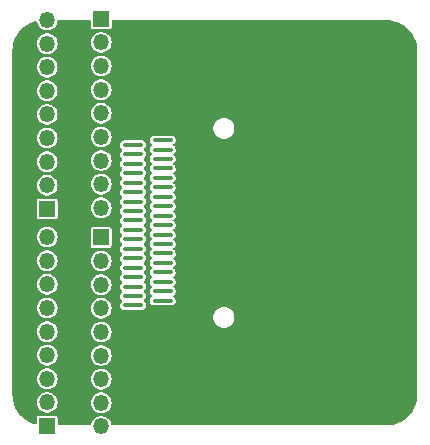
<source format=gtl>
G04 Layer: BottomSilkscreenLayer*
G04 EasyEDA v6.5.25, 2024-03-23 21:11:36*
**********************************至少这一行要换成自己的************************************
G04 Gerber Generator version 0.2*
G04 Scale: 100 percent, Rotated: No, Reflected: No *
G04 Dimensions in millimeters  *
G04 leading zeros omitted , absolute positions ,3 integer and 6 decimal *
%TF.GenerationSoftware,KiCad,Pcbnew,7.0.9*%
%TF.CreationDate,2024-03-23T01:13:53+08:00*%
%TF.ProjectId,8643____,38363433-4bd5-4a5e-932e-6b696361645f,rev?*%
%TF.SameCoordinates,Original*%
%TF.FileFunction,Copper,L1,Top*%
%TF.FilePolarity,Positive*%
%FSLAX46Y46*%
G04 Gerber Fmt 4.6, Leading zero omitted, Abs format (unit mm)*
G04 Created by KiCad (PCBNEW 7.0.9) date 2024-03-23 01:13:53*
%MOMM*%
%LPD*%
G01*
G04 APERTURE LIST*
%TA.AperFunction,SMDPad,CuDef*%
%ADD10R,1.350000X1.350000*%
%TD*%
%TA.AperFunction,SMDPad,CuDef*%
%ADD11O,1.350000X1.350000*%
%TD*%
%TA.AperFunction,SMDPad,CuDef*%
%ADD12O,1.800000X0.350000*%
%TD*%
%TA.AperFunction,ComponentPad*%
%ADD13C,1.358000*%
%TD*%
%TA.AperFunction,ViaPad*%
%ADD14C,0.350000*%
%TD*%
G04 APERTURE END LIST*
D10*
%TO.P,J5,1,Pin_1*%
%TO.N,Net-(J5-Pin_1)*%
X151892000Y-60738000D03*
D11*
%TO.P,J5,2,Pin_2*%
%TO.N,Net-(J5-Pin_2)*%
X151892000Y-62738000D03*
%TO.P,J5,3,Pin_3*%
%TO.N,Net-(J5-Pin_3)*%
X151892000Y-64738000D03*
%TO.P,J5,4,Pin_4*%
%TO.N,Net-(J5-Pin_4)*%
X151892000Y-66738000D03*
%TO.P,J5,5,Pin_5*%
%TO.N,Net-(J5-Pin_5)*%
X151892000Y-68738000D03*
%TO.P,J5,6,Pin_6*%
%TO.N,Net-(J5-Pin_6)*%
X151892000Y-70738000D03*
%TO.P,J5,7,Pin_7*%
%TO.N,Net-(J5-Pin_7)*%
X151892000Y-72738000D03*
%TO.P,J5,8,Pin_8*%
%TO.N,Net-(J5-Pin_8)*%
X151892000Y-74738000D03*
%TO.P,J5,9,Pin_9*%
%TO.N,Net-(J5-Pin_9)*%
X151892000Y-76738000D03*
%TD*%
D10*
%TO.P,J4,1,Pin_1*%
%TO.N,Net-(J4-Pin_1)*%
X151892000Y-79248000D03*
D11*
%TO.P,J4,2,Pin_2*%
%TO.N,Net-(J4-Pin_2)*%
X151892000Y-81248000D03*
%TO.P,J4,3,Pin_3*%
%TO.N,Net-(J4-Pin_3)*%
X151892000Y-83248000D03*
%TO.P,J4,4,Pin_4*%
%TO.N,Net-(J4-Pin_4)*%
X151892000Y-85248000D03*
%TO.P,J4,5,Pin_5*%
%TO.N,Net-(J4-Pin_5)*%
X151892000Y-87248000D03*
%TO.P,J4,6,Pin_6*%
%TO.N,Net-(J4-Pin_6)*%
X151892000Y-89248000D03*
%TO.P,J4,7,Pin_7*%
%TO.N,Net-(J4-Pin_7)*%
X151892000Y-91248000D03*
%TO.P,J4,8,Pin_8*%
%TO.N,Net-(J4-Pin_8)*%
X151892000Y-93248000D03*
%TO.P,J4,9,Pin_9*%
%TO.N,Net-(J4-Pin_9)*%
X151892000Y-95248000D03*
%TD*%
D10*
%TO.P,J2,1,Pin_1*%
%TO.N,Net-(J2-Pin_1)*%
X147320000Y-95218000D03*
D11*
%TO.P,J2,2,Pin_2*%
%TO.N,Net-(J2-Pin_2)*%
X147320000Y-93218000D03*
%TO.P,J2,3,Pin_3*%
%TO.N,Net-(J2-Pin_3)*%
X147320000Y-91218000D03*
%TO.P,J2,4,Pin_4*%
%TO.N,Net-(J2-Pin_4)*%
X147320000Y-89218000D03*
%TO.P,J2,5,Pin_5*%
%TO.N,Net-(J2-Pin_5)*%
X147320000Y-87218000D03*
%TO.P,J2,6,Pin_6*%
%TO.N,Net-(J2-Pin_6)*%
X147320000Y-85218000D03*
%TO.P,J2,7,Pin_7*%
%TO.N,Net-(J2-Pin_7)*%
X147320000Y-83218000D03*
%TO.P,J2,8,Pin_8*%
%TO.N,Net-(J2-Pin_8)*%
X147320000Y-81218000D03*
%TO.P,J2,9,Pin_9*%
%TO.N,Net-(J2-Pin_9)*%
X147320000Y-79218000D03*
%TD*%
D12*
%TO.P,J1,A1,A1*%
%TO.N,Net-(J4-Pin_9)*%
X157098000Y-84604000D03*
%TO.P,J1,A2,A2*%
%TO.N,Net-(J4-Pin_8)*%
X157098000Y-83804000D03*
%TO.P,J1,A3,A3*%
%TO.N,Net-(J4-Pin_7)*%
X157098000Y-83004000D03*
%TO.P,J1,A4,A4*%
%TO.N,Net-(J4-Pin_6)*%
X157098000Y-82204000D03*
%TO.P,J1,A5,A5*%
%TO.N,Net-(J4-Pin_5)*%
X157098000Y-81404000D03*
%TO.P,J1,A6,A6*%
%TO.N,Net-(J4-Pin_4)*%
X157098000Y-80604000D03*
%TO.P,J1,A7,A7*%
%TO.N,Net-(J4-Pin_3)*%
X157098000Y-79804000D03*
%TO.P,J1,A8,A8*%
%TO.N,Net-(J4-Pin_2)*%
X157098000Y-79004000D03*
%TO.P,J1,A9,A9*%
%TO.N,Net-(J4-Pin_1)*%
X157098000Y-78204000D03*
%TO.P,J1,A10,A10*%
%TO.N,Net-(J5-Pin_9)*%
X157098000Y-77404000D03*
%TO.P,J1,A11,A11*%
%TO.N,Net-(J5-Pin_8)*%
X157098000Y-76604000D03*
%TO.P,J1,A12,A12*%
%TO.N,Net-(J5-Pin_7)*%
X157098000Y-75804000D03*
%TO.P,J1,A13,A13*%
%TO.N,Net-(J5-Pin_6)*%
X157098000Y-75004000D03*
%TO.P,J1,A14,A14*%
%TO.N,Net-(J5-Pin_5)*%
X157098000Y-74204000D03*
%TO.P,J1,A15,A15*%
%TO.N,Net-(J5-Pin_4)*%
X157098000Y-73404000D03*
%TO.P,J1,A16,A16*%
%TO.N,Net-(J5-Pin_3)*%
X157098000Y-72604000D03*
%TO.P,J1,A17,A17*%
%TO.N,Net-(J5-Pin_2)*%
X157098000Y-71804000D03*
%TO.P,J1,A18,A18*%
%TO.N,Net-(J5-Pin_1)*%
X157098000Y-71004000D03*
%TO.P,J1,B1,B1*%
%TO.N,Net-(J2-Pin_1)*%
X154588000Y-85004000D03*
%TO.P,J1,B2,B2*%
%TO.N,Net-(J2-Pin_2)*%
X154588000Y-84204000D03*
%TO.P,J1,B3,B3*%
%TO.N,Net-(J2-Pin_3)*%
X154588000Y-83404000D03*
%TO.P,J1,B4,B4*%
%TO.N,Net-(J2-Pin_4)*%
X154588000Y-82604000D03*
%TO.P,J1,B5,B5*%
%TO.N,Net-(J2-Pin_5)*%
X154588000Y-81804000D03*
%TO.P,J1,B6,B6*%
%TO.N,Net-(J2-Pin_6)*%
X154588000Y-81004000D03*
%TO.P,J1,B7,B7*%
%TO.N,Net-(J2-Pin_7)*%
X154588000Y-80204000D03*
%TO.P,J1,B8,B8*%
%TO.N,Net-(J2-Pin_8)*%
X154588000Y-79404000D03*
%TO.P,J1,B9,B9*%
%TO.N,Net-(J2-Pin_9)*%
X154588000Y-78604000D03*
%TO.P,J1,B10,B10*%
%TO.N,Net-(J3-Pin_1)*%
X154588000Y-77804000D03*
%TO.P,J1,B11,B11*%
%TO.N,Net-(J3-Pin_2)*%
X154588000Y-77004000D03*
%TO.P,J1,B12,B12*%
%TO.N,Net-(J3-Pin_3)*%
X154588000Y-76204000D03*
%TO.P,J1,B13,B13*%
%TO.N,Net-(J3-Pin_4)*%
X154588000Y-75404000D03*
%TO.P,J1,B14,B14*%
%TO.N,Net-(J3-Pin_5)*%
X154588000Y-74604000D03*
%TO.P,J1,B15,B15*%
%TO.N,Net-(J3-Pin_6)*%
X154588000Y-73804000D03*
%TO.P,J1,B16,B16*%
%TO.N,Net-(J3-Pin_7)*%
X154588000Y-73004000D03*
%TO.P,J1,B17,B17*%
%TO.N,Net-(J3-Pin_8)*%
X154588000Y-72204000D03*
%TO.P,J1,B18,B18*%
%TO.N,Net-(J3-Pin_9)*%
X154588000Y-71404000D03*
D13*
%TO.P,J1,S1,SHIELD*%
%TO.N,GND*%
X167998000Y-86904000D03*
%TO.P,J1,S2,SHIELD*%
X167998000Y-69104000D03*
%TO.P,J1,S3,SHIELD*%
X171498000Y-86904000D03*
%TO.P,J1,S4,SHIELD*%
X171498000Y-69104000D03*
%TO.P,J1,S5,SHIELD*%
X173606400Y-86904000D03*
%TO.P,J1,S6,SHIELD*%
X174498000Y-69104000D03*
%TD*%
D10*
%TO.P,J3,1,Pin_1*%
%TO.N,Net-(J3-Pin_1)*%
X147320000Y-76834000D03*
D11*
%TO.P,J3,2,Pin_2*%
%TO.N,Net-(J3-Pin_2)*%
X147320000Y-74834000D03*
%TO.P,J3,3,Pin_3*%
%TO.N,Net-(J3-Pin_3)*%
X147320000Y-72834000D03*
%TO.P,J3,4,Pin_4*%
%TO.N,Net-(J3-Pin_4)*%
X147320000Y-70834000D03*
%TO.P,J3,5,Pin_5*%
%TO.N,Net-(J3-Pin_5)*%
X147320000Y-68834000D03*
%TO.P,J3,6,Pin_6*%
%TO.N,Net-(J3-Pin_6)*%
X147320000Y-66834000D03*
%TO.P,J3,7,Pin_7*%
%TO.N,Net-(J3-Pin_7)*%
X147320000Y-64834000D03*
%TO.P,J3,8,Pin_8*%
%TO.N,Net-(J3-Pin_8)*%
X147320000Y-62834000D03*
%TO.P,J3,9,Pin_9*%
%TO.N,Net-(J3-Pin_9)*%
X147320000Y-60834000D03*
%TD*%
D14*
%TO.N,Net-(J4-Pin_9)*%
X157098000Y-84604000D03*
X151892000Y-94979500D03*
%TO.N,Net-(J4-Pin_8)*%
X157098000Y-83804000D03*
X151892000Y-93248000D03*
%TO.N,Net-(J4-Pin_7)*%
X157098000Y-83004000D03*
X151892000Y-91248000D03*
%TO.N,Net-(J4-Pin_6)*%
X151892000Y-89248000D03*
X157098000Y-82204000D03*
%TO.N,Net-(J4-Pin_5)*%
X157098000Y-81404000D03*
X151892000Y-87248000D03*
%TO.N,Net-(J4-Pin_4)*%
X151892000Y-85248000D03*
X157098000Y-80604000D03*
%TO.N,Net-(J4-Pin_3)*%
X151892000Y-83248000D03*
X157098000Y-79804000D03*
%TO.N,Net-(J4-Pin_2)*%
X151892000Y-81248000D03*
X157098000Y-79004000D03*
%TO.N,Net-(J4-Pin_1)*%
X151892000Y-79248000D03*
X157098000Y-78204000D03*
%TO.N,Net-(J5-Pin_9)*%
X151892000Y-76738000D03*
X157098000Y-77404000D03*
%TO.N,Net-(J5-Pin_8)*%
X151892000Y-74738000D03*
X157098000Y-76604000D03*
%TO.N,Net-(J5-Pin_7)*%
X151892000Y-72738000D03*
X157098000Y-75804000D03*
%TO.N,Net-(J5-Pin_6)*%
X151892000Y-70738000D03*
X157098000Y-75004000D03*
%TO.N,Net-(J5-Pin_5)*%
X151892000Y-68738000D03*
X157098000Y-74204000D03*
%TO.N,Net-(J5-Pin_4)*%
X157098000Y-73404000D03*
X151892000Y-66738000D03*
%TO.N,Net-(J5-Pin_3)*%
X151892000Y-64738000D03*
X157098000Y-72604000D03*
%TO.N,Net-(J5-Pin_2)*%
X157098000Y-71804000D03*
X151892000Y-62738000D03*
%TO.N,Net-(J5-Pin_1)*%
X151892000Y-61028500D03*
X157098000Y-71004000D03*
%TO.N,Net-(J2-Pin_1)*%
X154588000Y-85004000D03*
X147320000Y-94979500D03*
%TO.N,Net-(J2-Pin_2)*%
X147320000Y-93218000D03*
X154588000Y-84204000D03*
%TO.N,Net-(J2-Pin_3)*%
X147320000Y-91218000D03*
X154588000Y-83404000D03*
%TO.N,Net-(J2-Pin_4)*%
X147320000Y-89218000D03*
X154588000Y-82604000D03*
%TO.N,Net-(J2-Pin_5)*%
X147320000Y-87218000D03*
X154588000Y-81804000D03*
%TO.N,Net-(J2-Pin_6)*%
X147320000Y-85218000D03*
X154588000Y-81004000D03*
%TO.N,Net-(J2-Pin_7)*%
X147320000Y-83218000D03*
X154588000Y-80204000D03*
%TO.N,Net-(J2-Pin_8)*%
X147320000Y-81218000D03*
X154588000Y-79404000D03*
%TO.N,Net-(J2-Pin_9)*%
X147320000Y-79218000D03*
X154588000Y-78604000D03*
%TO.N,Net-(J3-Pin_1)*%
X154588000Y-77804000D03*
X147320000Y-76834000D03*
%TO.N,Net-(J3-Pin_2)*%
X154588000Y-77004000D03*
X147320000Y-74834000D03*
%TO.N,Net-(J3-Pin_3)*%
X154588000Y-76204000D03*
X147320000Y-72834000D03*
%TO.N,Net-(J3-Pin_4)*%
X154588000Y-75404000D03*
X147320000Y-70834000D03*
%TO.N,Net-(J3-Pin_5)*%
X147320000Y-68834000D03*
X154588000Y-74604000D03*
%TO.N,Net-(J3-Pin_6)*%
X147320000Y-66834000D03*
X154588000Y-73804000D03*
%TO.N,Net-(J3-Pin_7)*%
X147320000Y-64834000D03*
X154588000Y-73004000D03*
%TO.N,Net-(J3-Pin_8)*%
X154588000Y-72204000D03*
X147320000Y-62834000D03*
%TO.N,Net-(J3-Pin_9)*%
X154588000Y-71404000D03*
X147331437Y-61028500D03*
%TD*%
%TA.AperFunction,Conductor*%
%TO.N,GND*%
G36*
X150971831Y-60873713D02*
G01*
X151008376Y-60924013D01*
X151013300Y-60955100D01*
X151013300Y-61433064D01*
X151015650Y-61444882D01*
X151025118Y-61492479D01*
X151025119Y-61492480D01*
X151070140Y-61559860D01*
X151137520Y-61604881D01*
X151196936Y-61616700D01*
X151196937Y-61616700D01*
X152587063Y-61616700D01*
X152587064Y-61616700D01*
X152646480Y-61604881D01*
X152713860Y-61559860D01*
X152758881Y-61492480D01*
X152770700Y-61433064D01*
X152770700Y-60955100D01*
X152789913Y-60895969D01*
X152840213Y-60859424D01*
X152871300Y-60854500D01*
X175962486Y-60854500D01*
X176016584Y-60854500D01*
X176019405Y-60854579D01*
X176311827Y-60871001D01*
X176317436Y-60871633D01*
X176550537Y-60911237D01*
X176604788Y-60920455D01*
X176610274Y-60921707D01*
X176890366Y-61002400D01*
X176895687Y-61004263D01*
X177164972Y-61115805D01*
X177170036Y-61118243D01*
X177305959Y-61193365D01*
X177425152Y-61259241D01*
X177429925Y-61262240D01*
X177667634Y-61430904D01*
X177672039Y-61434416D01*
X177889381Y-61628646D01*
X177893353Y-61632618D01*
X178087581Y-61849958D01*
X178091097Y-61854367D01*
X178252191Y-62081408D01*
X178259755Y-62092068D01*
X178262758Y-62096847D01*
X178403752Y-62351955D01*
X178406198Y-62357034D01*
X178415144Y-62378632D01*
X178517736Y-62626313D01*
X178519601Y-62631641D01*
X178600288Y-62911709D01*
X178601544Y-62917213D01*
X178650366Y-63204563D01*
X178650998Y-63210172D01*
X178667421Y-63502595D01*
X178667500Y-63505416D01*
X178667500Y-92502583D01*
X178667421Y-92505404D01*
X178650998Y-92797827D01*
X178650366Y-92803436D01*
X178601544Y-93090786D01*
X178600288Y-93096290D01*
X178519601Y-93376358D01*
X178517736Y-93381686D01*
X178406201Y-93650958D01*
X178403752Y-93656044D01*
X178262758Y-93911152D01*
X178259755Y-93915931D01*
X178091101Y-94153627D01*
X178087581Y-94158041D01*
X177893363Y-94375371D01*
X177889372Y-94379361D01*
X177857657Y-94407704D01*
X177672041Y-94573581D01*
X177667627Y-94577101D01*
X177429931Y-94745755D01*
X177425152Y-94748758D01*
X177170044Y-94889752D01*
X177164958Y-94892201D01*
X176895686Y-95003736D01*
X176890358Y-95005601D01*
X176610290Y-95086288D01*
X176604786Y-95087544D01*
X176317436Y-95136366D01*
X176311827Y-95136998D01*
X176019405Y-95153421D01*
X176016584Y-95153500D01*
X152856189Y-95153500D01*
X152797058Y-95134287D01*
X152760513Y-95083987D01*
X152757421Y-95069445D01*
X152757331Y-95069465D01*
X152756233Y-95064305D01*
X152756233Y-95064302D01*
X152700314Y-94892201D01*
X152699155Y-94888634D01*
X152699153Y-94888631D01*
X152606799Y-94728668D01*
X152606794Y-94728662D01*
X152483211Y-94591408D01*
X152483207Y-94591404D01*
X152333773Y-94482834D01*
X152333772Y-94482833D01*
X152333770Y-94482832D01*
X152165029Y-94407704D01*
X151984355Y-94369300D01*
X151799645Y-94369300D01*
X151618971Y-94407704D01*
X151618969Y-94407705D01*
X151450226Y-94482834D01*
X151300792Y-94591404D01*
X151300788Y-94591408D01*
X151177205Y-94728662D01*
X151177200Y-94728668D01*
X151084846Y-94888631D01*
X151084844Y-94888634D01*
X151027766Y-95064305D01*
X151026669Y-95069465D01*
X151025296Y-95069173D01*
X151002570Y-95120216D01*
X150948726Y-95151302D01*
X150927811Y-95153500D01*
X148299300Y-95153500D01*
X148240169Y-95134287D01*
X148203624Y-95083987D01*
X148198700Y-95052900D01*
X148198700Y-94522936D01*
X148186881Y-94463520D01*
X148149587Y-94407705D01*
X148141860Y-94396140D01*
X148074480Y-94351119D01*
X148074479Y-94351118D01*
X148026882Y-94341650D01*
X148015064Y-94339300D01*
X146624936Y-94339300D01*
X146615078Y-94341260D01*
X146565520Y-94351118D01*
X146498140Y-94396140D01*
X146453118Y-94463520D01*
X146441300Y-94522936D01*
X146441300Y-94957105D01*
X146422087Y-95016236D01*
X146371787Y-95052781D01*
X146312850Y-95053773D01*
X146145641Y-95005601D01*
X146140313Y-95003736D01*
X145975372Y-94935416D01*
X145871034Y-94892198D01*
X145865955Y-94889752D01*
X145610847Y-94748758D01*
X145606068Y-94745755D01*
X145388536Y-94591408D01*
X145368367Y-94577097D01*
X145363958Y-94573581D01*
X145146618Y-94379353D01*
X145142646Y-94375381D01*
X144948416Y-94158039D01*
X144944904Y-94153634D01*
X144776240Y-93915925D01*
X144773241Y-93911152D01*
X144693754Y-93767332D01*
X144632243Y-93656036D01*
X144629805Y-93650972D01*
X144518263Y-93381686D01*
X144516400Y-93376366D01*
X144470776Y-93218000D01*
X146436460Y-93218000D01*
X146455766Y-93401696D01*
X146512844Y-93577365D01*
X146512846Y-93577368D01*
X146605200Y-93737331D01*
X146605205Y-93737337D01*
X146728788Y-93874591D01*
X146728792Y-93874595D01*
X146728795Y-93874597D01*
X146728796Y-93874598D01*
X146878230Y-93983168D01*
X147046971Y-94058296D01*
X147227645Y-94096700D01*
X147227647Y-94096700D01*
X147412353Y-94096700D01*
X147412355Y-94096700D01*
X147593029Y-94058296D01*
X147761770Y-93983168D01*
X147911204Y-93874598D01*
X147911207Y-93874595D01*
X147911211Y-93874591D01*
X148034794Y-93737337D01*
X148034799Y-93737332D01*
X148127154Y-93577368D01*
X148184233Y-93401698D01*
X148200387Y-93248000D01*
X151008460Y-93248000D01*
X151027766Y-93431696D01*
X151084844Y-93607365D01*
X151084846Y-93607368D01*
X151177200Y-93767331D01*
X151177205Y-93767337D01*
X151300788Y-93904591D01*
X151300792Y-93904595D01*
X151300795Y-93904597D01*
X151300796Y-93904598D01*
X151450230Y-94013168D01*
X151618971Y-94088296D01*
X151799645Y-94126700D01*
X151799647Y-94126700D01*
X151984353Y-94126700D01*
X151984355Y-94126700D01*
X152165029Y-94088296D01*
X152333770Y-94013168D01*
X152483204Y-93904598D01*
X152483207Y-93904595D01*
X152483211Y-93904591D01*
X152606794Y-93767337D01*
X152606799Y-93767332D01*
X152699154Y-93607368D01*
X152756233Y-93431698D01*
X152775540Y-93248000D01*
X152756233Y-93064302D01*
X152699154Y-92888632D01*
X152606799Y-92728668D01*
X152606794Y-92728662D01*
X152483211Y-92591408D01*
X152483207Y-92591404D01*
X152333773Y-92482834D01*
X152333772Y-92482833D01*
X152333770Y-92482832D01*
X152165029Y-92407704D01*
X151984355Y-92369300D01*
X151799645Y-92369300D01*
X151618971Y-92407704D01*
X151517612Y-92452832D01*
X151450226Y-92482834D01*
X151300792Y-92591404D01*
X151300788Y-92591408D01*
X151177205Y-92728662D01*
X151177200Y-92728668D01*
X151084846Y-92888631D01*
X151084844Y-92888634D01*
X151027766Y-93064303D01*
X151008460Y-93248000D01*
X148200387Y-93248000D01*
X148203540Y-93218000D01*
X148184233Y-93034302D01*
X148156760Y-92949751D01*
X148127155Y-92858634D01*
X148127153Y-92858631D01*
X148095286Y-92803436D01*
X148034799Y-92698668D01*
X148017623Y-92679592D01*
X147911211Y-92561408D01*
X147911207Y-92561404D01*
X147761773Y-92452834D01*
X147761772Y-92452833D01*
X147761770Y-92452832D01*
X147593029Y-92377704D01*
X147412355Y-92339300D01*
X147227645Y-92339300D01*
X147046971Y-92377704D01*
X146887992Y-92448486D01*
X146878226Y-92452834D01*
X146728792Y-92561404D01*
X146728788Y-92561408D01*
X146605205Y-92698662D01*
X146605200Y-92698668D01*
X146512846Y-92858631D01*
X146512844Y-92858634D01*
X146455766Y-93034303D01*
X146436460Y-93218000D01*
X144470776Y-93218000D01*
X144435707Y-93096274D01*
X144434455Y-93090786D01*
X144429955Y-93064303D01*
X144423932Y-93028853D01*
X144385633Y-92803436D01*
X144385001Y-92797827D01*
X144368579Y-92505404D01*
X144368500Y-92502583D01*
X144368500Y-91218000D01*
X146436460Y-91218000D01*
X146455766Y-91401696D01*
X146512844Y-91577365D01*
X146512846Y-91577368D01*
X146605200Y-91737331D01*
X146605205Y-91737337D01*
X146728788Y-91874591D01*
X146728792Y-91874595D01*
X146728795Y-91874597D01*
X146728796Y-91874598D01*
X146878230Y-91983168D01*
X147046971Y-92058296D01*
X147227645Y-92096700D01*
X147227647Y-92096700D01*
X147412353Y-92096700D01*
X147412355Y-92096700D01*
X147593029Y-92058296D01*
X147761770Y-91983168D01*
X147911204Y-91874598D01*
X147911207Y-91874595D01*
X147911211Y-91874591D01*
X148034794Y-91737337D01*
X148034799Y-91737332D01*
X148127154Y-91577368D01*
X148184233Y-91401698D01*
X148200387Y-91248000D01*
X151008460Y-91248000D01*
X151027766Y-91431696D01*
X151084844Y-91607365D01*
X151084846Y-91607368D01*
X151177200Y-91767331D01*
X151177205Y-91767337D01*
X151300788Y-91904591D01*
X151300792Y-91904595D01*
X151300795Y-91904597D01*
X151300796Y-91904598D01*
X151450230Y-92013168D01*
X151618971Y-92088296D01*
X151799645Y-92126700D01*
X151799647Y-92126700D01*
X151984353Y-92126700D01*
X151984355Y-92126700D01*
X152165029Y-92088296D01*
X152333770Y-92013168D01*
X152483204Y-91904598D01*
X152483207Y-91904595D01*
X152483211Y-91904591D01*
X152606794Y-91767337D01*
X152606799Y-91767332D01*
X152699154Y-91607368D01*
X152756233Y-91431698D01*
X152775540Y-91248000D01*
X152756233Y-91064302D01*
X152699154Y-90888632D01*
X152606799Y-90728668D01*
X152606794Y-90728662D01*
X152483211Y-90591408D01*
X152483207Y-90591404D01*
X152333773Y-90482834D01*
X152333772Y-90482833D01*
X152333770Y-90482832D01*
X152165029Y-90407704D01*
X151984355Y-90369300D01*
X151799645Y-90369300D01*
X151618971Y-90407704D01*
X151517612Y-90452832D01*
X151450226Y-90482834D01*
X151300792Y-90591404D01*
X151300788Y-90591408D01*
X151177205Y-90728662D01*
X151177200Y-90728668D01*
X151084846Y-90888631D01*
X151084844Y-90888634D01*
X151027766Y-91064303D01*
X151008460Y-91248000D01*
X148200387Y-91248000D01*
X148203540Y-91218000D01*
X148184233Y-91034302D01*
X148156760Y-90949751D01*
X148127155Y-90858634D01*
X148127153Y-90858631D01*
X148034799Y-90698668D01*
X148034794Y-90698662D01*
X147911211Y-90561408D01*
X147911207Y-90561404D01*
X147761773Y-90452834D01*
X147761772Y-90452833D01*
X147761770Y-90452832D01*
X147593029Y-90377704D01*
X147412355Y-90339300D01*
X147227645Y-90339300D01*
X147046971Y-90377704D01*
X146979588Y-90407705D01*
X146878226Y-90452834D01*
X146728792Y-90561404D01*
X146728788Y-90561408D01*
X146605205Y-90698662D01*
X146605200Y-90698668D01*
X146512846Y-90858631D01*
X146512844Y-90858634D01*
X146455766Y-91034303D01*
X146436460Y-91218000D01*
X144368500Y-91218000D01*
X144368500Y-89218000D01*
X146436460Y-89218000D01*
X146455766Y-89401696D01*
X146512844Y-89577365D01*
X146512846Y-89577368D01*
X146605200Y-89737331D01*
X146605205Y-89737337D01*
X146728788Y-89874591D01*
X146728792Y-89874595D01*
X146728795Y-89874597D01*
X146728796Y-89874598D01*
X146878230Y-89983168D01*
X147046971Y-90058296D01*
X147227645Y-90096700D01*
X147227647Y-90096700D01*
X147412353Y-90096700D01*
X147412355Y-90096700D01*
X147593029Y-90058296D01*
X147761770Y-89983168D01*
X147911204Y-89874598D01*
X147911207Y-89874595D01*
X147911211Y-89874591D01*
X148034794Y-89737337D01*
X148034799Y-89737332D01*
X148127154Y-89577368D01*
X148184233Y-89401698D01*
X148200387Y-89248000D01*
X151008460Y-89248000D01*
X151027766Y-89431696D01*
X151084844Y-89607365D01*
X151084846Y-89607368D01*
X151177200Y-89767331D01*
X151177205Y-89767337D01*
X151300788Y-89904591D01*
X151300792Y-89904595D01*
X151300795Y-89904597D01*
X151300796Y-89904598D01*
X151450230Y-90013168D01*
X151618971Y-90088296D01*
X151799645Y-90126700D01*
X151799647Y-90126700D01*
X151984353Y-90126700D01*
X151984355Y-90126700D01*
X152165029Y-90088296D01*
X152333770Y-90013168D01*
X152483204Y-89904598D01*
X152483207Y-89904595D01*
X152483211Y-89904591D01*
X152606794Y-89767337D01*
X152606799Y-89767332D01*
X152699154Y-89607368D01*
X152756233Y-89431698D01*
X152775540Y-89248000D01*
X152756233Y-89064302D01*
X152699154Y-88888632D01*
X152606799Y-88728668D01*
X152606794Y-88728662D01*
X152483211Y-88591408D01*
X152483207Y-88591404D01*
X152333773Y-88482834D01*
X152333772Y-88482833D01*
X152333770Y-88482832D01*
X152165029Y-88407704D01*
X151984355Y-88369300D01*
X151799645Y-88369300D01*
X151618971Y-88407704D01*
X151517612Y-88452832D01*
X151450226Y-88482834D01*
X151300792Y-88591404D01*
X151300788Y-88591408D01*
X151177205Y-88728662D01*
X151177200Y-88728668D01*
X151084846Y-88888631D01*
X151084844Y-88888634D01*
X151027766Y-89064303D01*
X151008460Y-89248000D01*
X148200387Y-89248000D01*
X148203540Y-89218000D01*
X148184233Y-89034302D01*
X148156760Y-88949751D01*
X148127155Y-88858634D01*
X148127153Y-88858631D01*
X148034799Y-88698668D01*
X148034794Y-88698662D01*
X147911211Y-88561408D01*
X147911207Y-88561404D01*
X147761773Y-88452834D01*
X147761772Y-88452833D01*
X147761770Y-88452832D01*
X147593029Y-88377704D01*
X147412355Y-88339300D01*
X147227645Y-88339300D01*
X147046971Y-88377704D01*
X146979588Y-88407705D01*
X146878226Y-88452834D01*
X146728792Y-88561404D01*
X146728788Y-88561408D01*
X146605205Y-88698662D01*
X146605200Y-88698668D01*
X146512846Y-88858631D01*
X146512844Y-88858634D01*
X146455766Y-89034303D01*
X146436460Y-89218000D01*
X144368500Y-89218000D01*
X144368500Y-87218000D01*
X146436460Y-87218000D01*
X146455766Y-87401696D01*
X146512844Y-87577365D01*
X146512846Y-87577368D01*
X146605200Y-87737331D01*
X146605205Y-87737337D01*
X146728788Y-87874591D01*
X146728792Y-87874595D01*
X146728795Y-87874597D01*
X146728796Y-87874598D01*
X146878230Y-87983168D01*
X147046971Y-88058296D01*
X147227645Y-88096700D01*
X147227647Y-88096700D01*
X147412353Y-88096700D01*
X147412355Y-88096700D01*
X147593029Y-88058296D01*
X147761770Y-87983168D01*
X147911204Y-87874598D01*
X147911207Y-87874595D01*
X147911211Y-87874591D01*
X148034794Y-87737337D01*
X148034799Y-87737332D01*
X148127154Y-87577368D01*
X148184233Y-87401698D01*
X148200387Y-87248000D01*
X151008460Y-87248000D01*
X151027766Y-87431696D01*
X151084844Y-87607365D01*
X151084846Y-87607368D01*
X151177200Y-87767331D01*
X151177205Y-87767337D01*
X151300788Y-87904591D01*
X151300792Y-87904595D01*
X151300795Y-87904597D01*
X151300796Y-87904598D01*
X151450230Y-88013168D01*
X151618971Y-88088296D01*
X151799645Y-88126700D01*
X151799647Y-88126700D01*
X151984353Y-88126700D01*
X151984355Y-88126700D01*
X152165029Y-88088296D01*
X152333770Y-88013168D01*
X152483204Y-87904598D01*
X152483207Y-87904595D01*
X152483211Y-87904591D01*
X152606794Y-87767337D01*
X152606799Y-87767332D01*
X152699154Y-87607368D01*
X152756233Y-87431698D01*
X152775540Y-87248000D01*
X152756233Y-87064302D01*
X152728760Y-86979751D01*
X152699155Y-86888634D01*
X152699153Y-86888631D01*
X152681834Y-86858634D01*
X152606799Y-86728668D01*
X152606794Y-86728662D01*
X152483211Y-86591408D01*
X152483207Y-86591404D01*
X152333773Y-86482834D01*
X152333772Y-86482833D01*
X152333770Y-86482832D01*
X152165029Y-86407704D01*
X151984355Y-86369300D01*
X151799645Y-86369300D01*
X151618971Y-86407704D01*
X151514497Y-86454219D01*
X151450226Y-86482834D01*
X151300792Y-86591404D01*
X151300788Y-86591408D01*
X151177205Y-86728662D01*
X151177200Y-86728668D01*
X151084846Y-86888631D01*
X151084844Y-86888634D01*
X151027766Y-87064303D01*
X151008460Y-87248000D01*
X148200387Y-87248000D01*
X148203540Y-87218000D01*
X148184233Y-87034302D01*
X148140433Y-86899499D01*
X148127155Y-86858634D01*
X148127153Y-86858631D01*
X148108651Y-86826585D01*
X148034799Y-86698668D01*
X148034794Y-86698662D01*
X147911211Y-86561408D01*
X147911207Y-86561404D01*
X147761773Y-86452834D01*
X147761772Y-86452833D01*
X147761770Y-86452832D01*
X147593029Y-86377704D01*
X147412355Y-86339300D01*
X147227645Y-86339300D01*
X147046971Y-86377704D01*
X146979588Y-86407705D01*
X146878226Y-86452834D01*
X146728792Y-86561404D01*
X146728788Y-86561408D01*
X146605205Y-86698662D01*
X146605200Y-86698668D01*
X146512846Y-86858631D01*
X146512844Y-86858634D01*
X146455766Y-87034303D01*
X146436460Y-87218000D01*
X144368500Y-87218000D01*
X144368500Y-85218000D01*
X146436460Y-85218000D01*
X146455766Y-85401696D01*
X146512844Y-85577365D01*
X146512846Y-85577368D01*
X146605200Y-85737331D01*
X146605205Y-85737337D01*
X146728788Y-85874591D01*
X146728792Y-85874595D01*
X146728795Y-85874597D01*
X146728796Y-85874598D01*
X146878230Y-85983168D01*
X147046971Y-86058296D01*
X147227645Y-86096700D01*
X147227647Y-86096700D01*
X147412353Y-86096700D01*
X147412355Y-86096700D01*
X147593029Y-86058296D01*
X147761770Y-85983168D01*
X147911204Y-85874598D01*
X147911207Y-85874595D01*
X147911211Y-85874591D01*
X148034794Y-85737337D01*
X148034799Y-85737332D01*
X148127154Y-85577368D01*
X148184233Y-85401698D01*
X148200387Y-85248000D01*
X151008460Y-85248000D01*
X151027766Y-85431696D01*
X151084844Y-85607365D01*
X151084846Y-85607368D01*
X151177200Y-85767331D01*
X151177205Y-85767337D01*
X151300788Y-85904591D01*
X151300792Y-85904595D01*
X151300795Y-85904597D01*
X151300796Y-85904598D01*
X151450230Y-86013168D01*
X151618971Y-86088296D01*
X151799645Y-86126700D01*
X151799647Y-86126700D01*
X151984353Y-86126700D01*
X151984355Y-86126700D01*
X152118807Y-86098121D01*
X161382500Y-86098121D01*
X161421635Y-86282244D01*
X161421636Y-86282248D01*
X161421637Y-86282249D01*
X161498202Y-86454216D01*
X161608848Y-86606507D01*
X161748739Y-86732466D01*
X161911761Y-86826586D01*
X162090789Y-86884756D01*
X162090788Y-86884756D01*
X162102971Y-86886036D01*
X162231066Y-86899500D01*
X162231070Y-86899500D01*
X162324930Y-86899500D01*
X162324934Y-86899500D01*
X162465211Y-86884756D01*
X162644239Y-86826586D01*
X162807261Y-86732466D01*
X162947152Y-86606507D01*
X163057798Y-86454217D01*
X163134363Y-86282249D01*
X163173500Y-86098121D01*
X163173500Y-85909879D01*
X163165999Y-85874591D01*
X163134364Y-85725755D01*
X163134363Y-85725754D01*
X163134363Y-85725751D01*
X163057798Y-85553784D01*
X162947152Y-85401493D01*
X162927656Y-85383939D01*
X162807261Y-85275534D01*
X162807260Y-85275533D01*
X162644239Y-85181414D01*
X162644236Y-85181413D01*
X162572871Y-85158225D01*
X162465211Y-85123244D01*
X162465209Y-85123243D01*
X162465211Y-85123243D01*
X162349298Y-85111060D01*
X162324934Y-85108500D01*
X162231066Y-85108500D01*
X162216323Y-85110049D01*
X162090790Y-85123243D01*
X161911763Y-85181413D01*
X161911760Y-85181414D01*
X161748739Y-85275533D01*
X161748738Y-85275534D01*
X161608850Y-85401489D01*
X161608846Y-85401494D01*
X161498204Y-85553779D01*
X161498204Y-85553780D01*
X161498202Y-85553783D01*
X161459919Y-85639767D01*
X161421635Y-85725755D01*
X161382500Y-85909878D01*
X161382500Y-86098121D01*
X152118807Y-86098121D01*
X152165029Y-86088296D01*
X152333770Y-86013168D01*
X152483204Y-85904598D01*
X152483207Y-85904595D01*
X152483211Y-85904591D01*
X152606794Y-85767337D01*
X152606799Y-85767332D01*
X152699154Y-85607368D01*
X152756233Y-85431698D01*
X152775540Y-85248000D01*
X152756233Y-85064302D01*
X152746940Y-85035701D01*
X153480374Y-85035701D01*
X153511402Y-85158226D01*
X153580525Y-85264027D01*
X153580531Y-85264035D01*
X153680262Y-85341659D01*
X153680265Y-85341661D01*
X153680266Y-85341661D01*
X153680267Y-85341662D01*
X153737313Y-85361246D01*
X153799805Y-85382700D01*
X153799806Y-85382700D01*
X154550278Y-85382700D01*
X154566016Y-85383939D01*
X154587999Y-85387421D01*
X154588000Y-85387421D01*
X154588001Y-85387421D01*
X154609984Y-85383939D01*
X154625722Y-85382700D01*
X155344373Y-85382700D01*
X155344377Y-85382700D01*
X155437664Y-85367133D01*
X155548818Y-85306979D01*
X155634418Y-85213993D01*
X155685188Y-85098251D01*
X155695625Y-84972295D01*
X155664598Y-84849775D01*
X155595471Y-84743967D01*
X155595469Y-84743965D01*
X155595468Y-84743964D01*
X155518244Y-84683858D01*
X155485633Y-84635701D01*
X155990374Y-84635701D01*
X156021402Y-84758226D01*
X156090525Y-84864027D01*
X156090531Y-84864035D01*
X156190262Y-84941659D01*
X156190265Y-84941661D01*
X156190266Y-84941661D01*
X156190267Y-84941662D01*
X156247313Y-84961246D01*
X156309805Y-84982700D01*
X156309806Y-84982700D01*
X157060278Y-84982700D01*
X157076016Y-84983939D01*
X157097999Y-84987421D01*
X157098000Y-84987421D01*
X157098001Y-84987421D01*
X157119984Y-84983939D01*
X157135722Y-84982700D01*
X157854373Y-84982700D01*
X157854377Y-84982700D01*
X157947664Y-84967133D01*
X158058818Y-84906979D01*
X158144418Y-84813993D01*
X158195188Y-84698251D01*
X158205625Y-84572295D01*
X158174598Y-84449775D01*
X158105471Y-84343967D01*
X158105469Y-84343965D01*
X158105468Y-84343964D01*
X158028244Y-84283858D01*
X157993382Y-84232377D01*
X157995438Y-84170237D01*
X158033627Y-84121173D01*
X158042133Y-84116008D01*
X158058818Y-84106979D01*
X158144418Y-84013993D01*
X158195188Y-83898251D01*
X158205625Y-83772295D01*
X158174598Y-83649775D01*
X158146892Y-83607368D01*
X158105474Y-83543972D01*
X158105471Y-83543967D01*
X158105469Y-83543965D01*
X158105468Y-83543964D01*
X158028244Y-83483858D01*
X157993382Y-83432377D01*
X157995438Y-83370237D01*
X158033627Y-83321173D01*
X158042133Y-83316008D01*
X158058818Y-83306979D01*
X158144418Y-83213993D01*
X158195188Y-83098251D01*
X158205625Y-82972295D01*
X158174598Y-82849775D01*
X158105471Y-82743967D01*
X158105469Y-82743965D01*
X158105468Y-82743964D01*
X158028244Y-82683858D01*
X157993382Y-82632377D01*
X157995438Y-82570237D01*
X158033627Y-82521173D01*
X158042133Y-82516008D01*
X158058818Y-82506979D01*
X158144418Y-82413993D01*
X158195188Y-82298251D01*
X158205625Y-82172295D01*
X158174598Y-82049775D01*
X158105471Y-81943967D01*
X158105469Y-81943965D01*
X158105468Y-81943964D01*
X158028244Y-81883858D01*
X157993382Y-81832377D01*
X157995438Y-81770237D01*
X158033627Y-81721173D01*
X158042133Y-81716008D01*
X158058818Y-81706979D01*
X158144418Y-81613993D01*
X158195188Y-81498251D01*
X158205625Y-81372295D01*
X158174598Y-81249775D01*
X158173438Y-81248000D01*
X158105474Y-81143972D01*
X158105471Y-81143967D01*
X158105469Y-81143965D01*
X158105468Y-81143964D01*
X158028244Y-81083858D01*
X157993382Y-81032377D01*
X157995438Y-80970237D01*
X158033627Y-80921173D01*
X158042133Y-80916008D01*
X158058818Y-80906979D01*
X158144418Y-80813993D01*
X158195188Y-80698251D01*
X158205625Y-80572295D01*
X158174598Y-80449775D01*
X158105471Y-80343967D01*
X158105469Y-80343965D01*
X158105468Y-80343964D01*
X158028244Y-80283858D01*
X157993382Y-80232377D01*
X157995438Y-80170237D01*
X158033627Y-80121173D01*
X158042133Y-80116008D01*
X158058818Y-80106979D01*
X158144418Y-80013993D01*
X158195188Y-79898251D01*
X158205625Y-79772295D01*
X158174598Y-79649775D01*
X158105471Y-79543967D01*
X158105469Y-79543965D01*
X158105468Y-79543964D01*
X158028244Y-79483858D01*
X157993382Y-79432377D01*
X157995438Y-79370237D01*
X158033627Y-79321173D01*
X158042133Y-79316008D01*
X158058818Y-79306979D01*
X158144418Y-79213993D01*
X158195188Y-79098251D01*
X158205625Y-78972295D01*
X158174598Y-78849775D01*
X158105471Y-78743967D01*
X158105469Y-78743965D01*
X158105468Y-78743964D01*
X158028244Y-78683858D01*
X157993382Y-78632377D01*
X157995438Y-78570237D01*
X158033627Y-78521173D01*
X158042133Y-78516008D01*
X158058818Y-78506979D01*
X158144418Y-78413993D01*
X158195188Y-78298251D01*
X158205625Y-78172295D01*
X158174598Y-78049775D01*
X158105471Y-77943967D01*
X158105469Y-77943965D01*
X158105468Y-77943964D01*
X158028244Y-77883858D01*
X157993382Y-77832377D01*
X157995438Y-77770237D01*
X158033627Y-77721173D01*
X158042133Y-77716008D01*
X158058818Y-77706979D01*
X158144418Y-77613993D01*
X158195188Y-77498251D01*
X158205625Y-77372295D01*
X158174598Y-77249775D01*
X158105471Y-77143967D01*
X158105469Y-77143965D01*
X158105468Y-77143964D01*
X158028244Y-77083858D01*
X157993382Y-77032377D01*
X157995438Y-76970237D01*
X158033627Y-76921173D01*
X158042133Y-76916008D01*
X158058818Y-76906979D01*
X158144418Y-76813993D01*
X158195188Y-76698251D01*
X158205625Y-76572295D01*
X158174598Y-76449775D01*
X158105471Y-76343967D01*
X158105469Y-76343965D01*
X158105468Y-76343964D01*
X158028244Y-76283858D01*
X157993382Y-76232377D01*
X157995438Y-76170237D01*
X158033627Y-76121173D01*
X158042133Y-76116008D01*
X158058818Y-76106979D01*
X158082364Y-76081402D01*
X158144416Y-76013995D01*
X158144415Y-76013995D01*
X158144418Y-76013993D01*
X158195188Y-75898251D01*
X158205625Y-75772295D01*
X158174598Y-75649775D01*
X158105471Y-75543967D01*
X158105469Y-75543965D01*
X158105468Y-75543964D01*
X158028244Y-75483858D01*
X157993382Y-75432377D01*
X157995438Y-75370237D01*
X158033627Y-75321173D01*
X158042133Y-75316008D01*
X158058818Y-75306979D01*
X158144418Y-75213993D01*
X158195188Y-75098251D01*
X158205625Y-74972295D01*
X158174598Y-74849775D01*
X158105471Y-74743967D01*
X158105469Y-74743965D01*
X158105468Y-74743964D01*
X158028244Y-74683858D01*
X157993382Y-74632377D01*
X157995438Y-74570237D01*
X158033627Y-74521173D01*
X158042133Y-74516008D01*
X158058818Y-74506979D01*
X158144418Y-74413993D01*
X158195188Y-74298251D01*
X158205625Y-74172295D01*
X158174598Y-74049775D01*
X158105471Y-73943967D01*
X158105469Y-73943965D01*
X158105468Y-73943964D01*
X158028244Y-73883858D01*
X157993382Y-73832377D01*
X157995438Y-73770237D01*
X158033627Y-73721173D01*
X158042133Y-73716008D01*
X158058818Y-73706979D01*
X158144418Y-73613993D01*
X158195188Y-73498251D01*
X158205625Y-73372295D01*
X158174598Y-73249775D01*
X158105471Y-73143967D01*
X158105469Y-73143965D01*
X158105468Y-73143964D01*
X158028244Y-73083858D01*
X157993382Y-73032377D01*
X157995438Y-72970237D01*
X158033627Y-72921173D01*
X158042133Y-72916008D01*
X158058818Y-72906979D01*
X158144418Y-72813993D01*
X158195188Y-72698251D01*
X158205625Y-72572295D01*
X158174598Y-72449775D01*
X158105471Y-72343967D01*
X158105469Y-72343965D01*
X158105468Y-72343964D01*
X158028244Y-72283858D01*
X157993382Y-72232377D01*
X157995438Y-72170237D01*
X158033627Y-72121173D01*
X158042133Y-72116008D01*
X158058818Y-72106979D01*
X158082364Y-72081402D01*
X158144416Y-72013995D01*
X158144415Y-72013995D01*
X158144418Y-72013993D01*
X158195188Y-71898251D01*
X158205625Y-71772295D01*
X158174598Y-71649775D01*
X158105471Y-71543967D01*
X158105469Y-71543965D01*
X158105468Y-71543964D01*
X158028244Y-71483858D01*
X157993382Y-71432377D01*
X157995438Y-71370237D01*
X158033627Y-71321173D01*
X158042133Y-71316008D01*
X158058818Y-71306979D01*
X158144418Y-71213993D01*
X158195188Y-71098251D01*
X158205625Y-70972295D01*
X158174598Y-70849775D01*
X158159447Y-70826585D01*
X158105474Y-70743972D01*
X158105471Y-70743967D01*
X158105469Y-70743965D01*
X158105468Y-70743964D01*
X158005737Y-70666340D01*
X158005734Y-70666338D01*
X157886195Y-70625300D01*
X157886194Y-70625300D01*
X157135722Y-70625300D01*
X157119984Y-70624061D01*
X157098001Y-70620579D01*
X157097999Y-70620579D01*
X157076016Y-70624061D01*
X157060278Y-70625300D01*
X156341617Y-70625300D01*
X156248339Y-70640866D01*
X156248335Y-70640867D01*
X156137182Y-70701020D01*
X156137178Y-70701023D01*
X156051583Y-70794004D01*
X156051582Y-70794007D01*
X156000811Y-70909751D01*
X155990374Y-71035701D01*
X156021402Y-71158226D01*
X156090525Y-71264027D01*
X156090531Y-71264035D01*
X156167755Y-71324141D01*
X156202617Y-71375622D01*
X156200561Y-71437762D01*
X156162372Y-71486826D01*
X156153847Y-71492002D01*
X156137182Y-71501020D01*
X156137178Y-71501023D01*
X156051583Y-71594004D01*
X156051582Y-71594007D01*
X156000811Y-71709751D01*
X155990374Y-71835701D01*
X156021402Y-71958226D01*
X156090525Y-72064027D01*
X156090531Y-72064035D01*
X156167755Y-72124141D01*
X156202617Y-72175622D01*
X156200561Y-72237762D01*
X156162372Y-72286826D01*
X156153847Y-72292002D01*
X156137182Y-72301020D01*
X156137178Y-72301023D01*
X156051583Y-72394004D01*
X156051582Y-72394007D01*
X156000811Y-72509751D01*
X155990374Y-72635701D01*
X156021402Y-72758226D01*
X156090525Y-72864027D01*
X156090531Y-72864035D01*
X156167755Y-72924141D01*
X156202617Y-72975622D01*
X156200561Y-73037762D01*
X156162372Y-73086826D01*
X156153847Y-73092002D01*
X156137182Y-73101020D01*
X156137178Y-73101023D01*
X156051583Y-73194004D01*
X156051582Y-73194007D01*
X156000811Y-73309751D01*
X155990374Y-73435701D01*
X156021402Y-73558226D01*
X156090525Y-73664027D01*
X156090531Y-73664035D01*
X156167755Y-73724141D01*
X156202617Y-73775622D01*
X156200561Y-73837762D01*
X156162372Y-73886826D01*
X156153847Y-73892002D01*
X156137182Y-73901020D01*
X156137178Y-73901023D01*
X156051583Y-73994004D01*
X156051582Y-73994007D01*
X156000811Y-74109751D01*
X155990374Y-74235701D01*
X156021402Y-74358226D01*
X156090525Y-74464027D01*
X156090531Y-74464035D01*
X156167755Y-74524141D01*
X156202617Y-74575622D01*
X156200561Y-74637762D01*
X156162372Y-74686826D01*
X156153847Y-74692002D01*
X156137182Y-74701020D01*
X156137178Y-74701023D01*
X156051583Y-74794004D01*
X156051582Y-74794007D01*
X156000811Y-74909751D01*
X155990374Y-75035701D01*
X156021402Y-75158226D01*
X156090525Y-75264027D01*
X156090531Y-75264035D01*
X156167755Y-75324141D01*
X156202617Y-75375622D01*
X156200561Y-75437762D01*
X156162372Y-75486826D01*
X156153847Y-75492002D01*
X156137182Y-75501020D01*
X156137178Y-75501023D01*
X156051583Y-75594004D01*
X156051582Y-75594007D01*
X156000811Y-75709751D01*
X155990374Y-75835701D01*
X156021402Y-75958226D01*
X156090525Y-76064027D01*
X156090531Y-76064035D01*
X156167755Y-76124141D01*
X156202617Y-76175622D01*
X156200561Y-76237762D01*
X156162372Y-76286826D01*
X156153847Y-76292002D01*
X156137182Y-76301020D01*
X156137178Y-76301023D01*
X156051583Y-76394004D01*
X156051582Y-76394007D01*
X156000811Y-76509751D01*
X155990374Y-76635701D01*
X156021402Y-76758226D01*
X156090525Y-76864027D01*
X156090531Y-76864035D01*
X156167755Y-76924141D01*
X156202617Y-76975622D01*
X156200561Y-77037762D01*
X156162372Y-77086826D01*
X156153847Y-77092002D01*
X156137182Y-77101020D01*
X156137178Y-77101023D01*
X156051583Y-77194004D01*
X156051582Y-77194007D01*
X156000811Y-77309751D01*
X155990374Y-77435701D01*
X156021402Y-77558226D01*
X156090525Y-77664027D01*
X156090531Y-77664035D01*
X156167755Y-77724141D01*
X156202617Y-77775622D01*
X156200561Y-77837762D01*
X156162372Y-77886826D01*
X156153847Y-77892002D01*
X156137182Y-77901020D01*
X156137178Y-77901023D01*
X156051583Y-77994004D01*
X156051582Y-77994007D01*
X156000811Y-78109751D01*
X155990374Y-78235701D01*
X156021402Y-78358226D01*
X156090525Y-78464027D01*
X156090531Y-78464035D01*
X156167755Y-78524141D01*
X156202617Y-78575622D01*
X156200561Y-78637762D01*
X156162372Y-78686826D01*
X156153847Y-78692002D01*
X156137182Y-78701020D01*
X156137178Y-78701023D01*
X156051583Y-78794004D01*
X156051582Y-78794007D01*
X156000811Y-78909751D01*
X155990374Y-79035701D01*
X156021402Y-79158226D01*
X156090525Y-79264027D01*
X156090531Y-79264035D01*
X156167755Y-79324141D01*
X156202617Y-79375622D01*
X156200561Y-79437762D01*
X156162372Y-79486826D01*
X156153847Y-79492002D01*
X156137182Y-79501020D01*
X156137178Y-79501023D01*
X156051583Y-79594004D01*
X156051582Y-79594007D01*
X156000811Y-79709751D01*
X155990374Y-79835701D01*
X156021402Y-79958226D01*
X156090525Y-80064027D01*
X156090531Y-80064035D01*
X156167755Y-80124141D01*
X156202617Y-80175622D01*
X156200561Y-80237762D01*
X156162372Y-80286826D01*
X156153847Y-80292002D01*
X156137182Y-80301020D01*
X156137178Y-80301023D01*
X156051583Y-80394004D01*
X156051582Y-80394007D01*
X156000811Y-80509751D01*
X155990374Y-80635701D01*
X156021402Y-80758226D01*
X156090525Y-80864027D01*
X156090531Y-80864035D01*
X156167755Y-80924141D01*
X156202617Y-80975622D01*
X156200561Y-81037762D01*
X156162372Y-81086826D01*
X156153847Y-81092002D01*
X156137182Y-81101020D01*
X156137178Y-81101023D01*
X156051583Y-81194004D01*
X156051582Y-81194007D01*
X156000811Y-81309751D01*
X155990374Y-81435701D01*
X156021402Y-81558226D01*
X156090525Y-81664027D01*
X156090531Y-81664035D01*
X156167755Y-81724141D01*
X156202617Y-81775622D01*
X156200561Y-81837762D01*
X156162372Y-81886826D01*
X156153847Y-81892002D01*
X156137182Y-81901020D01*
X156137178Y-81901023D01*
X156051583Y-81994004D01*
X156051582Y-81994007D01*
X156000811Y-82109751D01*
X155990374Y-82235701D01*
X156021402Y-82358226D01*
X156090525Y-82464027D01*
X156090531Y-82464035D01*
X156167755Y-82524141D01*
X156202617Y-82575622D01*
X156200561Y-82637762D01*
X156162372Y-82686826D01*
X156153847Y-82692002D01*
X156137182Y-82701020D01*
X156137178Y-82701023D01*
X156051583Y-82794004D01*
X156051582Y-82794007D01*
X156000811Y-82909751D01*
X155990374Y-83035701D01*
X156021402Y-83158226D01*
X156090525Y-83264027D01*
X156090531Y-83264035D01*
X156167755Y-83324141D01*
X156202617Y-83375622D01*
X156200561Y-83437762D01*
X156162372Y-83486826D01*
X156153847Y-83492002D01*
X156137182Y-83501020D01*
X156137178Y-83501023D01*
X156051583Y-83594004D01*
X156051582Y-83594007D01*
X156000811Y-83709751D01*
X155990374Y-83835701D01*
X156021402Y-83958226D01*
X156090525Y-84064027D01*
X156090531Y-84064035D01*
X156167755Y-84124141D01*
X156202617Y-84175622D01*
X156200561Y-84237762D01*
X156162372Y-84286826D01*
X156153847Y-84292002D01*
X156137182Y-84301020D01*
X156137178Y-84301023D01*
X156051583Y-84394004D01*
X156051582Y-84394007D01*
X156000811Y-84509751D01*
X155990374Y-84635701D01*
X155485633Y-84635701D01*
X155483382Y-84632377D01*
X155485438Y-84570237D01*
X155523627Y-84521173D01*
X155532133Y-84516008D01*
X155548818Y-84506979D01*
X155634418Y-84413993D01*
X155685188Y-84298251D01*
X155695625Y-84172295D01*
X155664598Y-84049775D01*
X155595471Y-83943967D01*
X155595469Y-83943965D01*
X155595468Y-83943964D01*
X155518244Y-83883858D01*
X155483382Y-83832377D01*
X155485438Y-83770237D01*
X155523627Y-83721173D01*
X155532133Y-83716008D01*
X155548818Y-83706979D01*
X155634418Y-83613993D01*
X155685188Y-83498251D01*
X155695625Y-83372295D01*
X155664598Y-83249775D01*
X155663438Y-83248000D01*
X155595474Y-83143972D01*
X155595471Y-83143967D01*
X155595469Y-83143965D01*
X155595468Y-83143964D01*
X155518244Y-83083858D01*
X155483382Y-83032377D01*
X155485438Y-82970237D01*
X155523627Y-82921173D01*
X155532133Y-82916008D01*
X155548818Y-82906979D01*
X155634418Y-82813993D01*
X155685188Y-82698251D01*
X155695625Y-82572295D01*
X155664598Y-82449775D01*
X155595471Y-82343967D01*
X155595469Y-82343965D01*
X155595468Y-82343964D01*
X155518244Y-82283858D01*
X155483382Y-82232377D01*
X155485438Y-82170237D01*
X155523627Y-82121173D01*
X155532133Y-82116008D01*
X155548818Y-82106979D01*
X155634418Y-82013993D01*
X155685188Y-81898251D01*
X155695625Y-81772295D01*
X155664598Y-81649775D01*
X155636892Y-81607368D01*
X155595474Y-81543972D01*
X155595471Y-81543967D01*
X155595469Y-81543965D01*
X155595468Y-81543964D01*
X155518244Y-81483858D01*
X155483382Y-81432377D01*
X155485438Y-81370237D01*
X155523627Y-81321173D01*
X155532133Y-81316008D01*
X155548818Y-81306979D01*
X155634418Y-81213993D01*
X155685188Y-81098251D01*
X155695625Y-80972295D01*
X155664598Y-80849775D01*
X155595471Y-80743967D01*
X155595469Y-80743965D01*
X155595468Y-80743964D01*
X155518244Y-80683858D01*
X155483382Y-80632377D01*
X155485438Y-80570237D01*
X155523627Y-80521173D01*
X155532133Y-80516008D01*
X155548818Y-80506979D01*
X155634418Y-80413993D01*
X155685188Y-80298251D01*
X155695625Y-80172295D01*
X155664598Y-80049775D01*
X155595471Y-79943967D01*
X155595469Y-79943965D01*
X155595468Y-79943964D01*
X155518244Y-79883858D01*
X155483382Y-79832377D01*
X155485438Y-79770237D01*
X155523627Y-79721173D01*
X155532133Y-79716008D01*
X155548818Y-79706979D01*
X155634418Y-79613993D01*
X155685188Y-79498251D01*
X155695625Y-79372295D01*
X155664598Y-79249775D01*
X155595471Y-79143967D01*
X155595469Y-79143965D01*
X155595468Y-79143964D01*
X155518244Y-79083858D01*
X155483382Y-79032377D01*
X155485438Y-78970237D01*
X155523627Y-78921173D01*
X155532133Y-78916008D01*
X155548818Y-78906979D01*
X155634418Y-78813993D01*
X155685188Y-78698251D01*
X155695625Y-78572295D01*
X155664598Y-78449775D01*
X155595471Y-78343967D01*
X155595469Y-78343965D01*
X155595468Y-78343964D01*
X155518244Y-78283858D01*
X155483382Y-78232377D01*
X155485438Y-78170237D01*
X155523627Y-78121173D01*
X155532133Y-78116008D01*
X155548818Y-78106979D01*
X155634418Y-78013993D01*
X155685188Y-77898251D01*
X155695625Y-77772295D01*
X155664598Y-77649775D01*
X155595471Y-77543967D01*
X155595469Y-77543965D01*
X155595468Y-77543964D01*
X155518244Y-77483858D01*
X155483382Y-77432377D01*
X155485438Y-77370237D01*
X155523627Y-77321173D01*
X155532133Y-77316008D01*
X155548818Y-77306979D01*
X155634418Y-77213993D01*
X155685188Y-77098251D01*
X155695625Y-76972295D01*
X155664598Y-76849775D01*
X155595471Y-76743967D01*
X155595469Y-76743965D01*
X155595468Y-76743964D01*
X155518244Y-76683858D01*
X155483382Y-76632377D01*
X155485438Y-76570237D01*
X155523627Y-76521173D01*
X155532133Y-76516008D01*
X155548818Y-76506979D01*
X155634418Y-76413993D01*
X155685188Y-76298251D01*
X155695625Y-76172295D01*
X155664598Y-76049775D01*
X155595471Y-75943967D01*
X155595469Y-75943965D01*
X155595468Y-75943964D01*
X155518244Y-75883858D01*
X155483382Y-75832377D01*
X155485438Y-75770237D01*
X155523627Y-75721173D01*
X155532133Y-75716008D01*
X155548818Y-75706979D01*
X155634418Y-75613993D01*
X155685188Y-75498251D01*
X155695625Y-75372295D01*
X155664598Y-75249775D01*
X155595471Y-75143967D01*
X155595469Y-75143965D01*
X155595468Y-75143964D01*
X155518244Y-75083858D01*
X155483382Y-75032377D01*
X155485438Y-74970237D01*
X155523627Y-74921173D01*
X155532133Y-74916008D01*
X155548818Y-74906979D01*
X155634418Y-74813993D01*
X155685188Y-74698251D01*
X155695625Y-74572295D01*
X155664598Y-74449775D01*
X155595471Y-74343967D01*
X155595469Y-74343965D01*
X155595468Y-74343964D01*
X155518244Y-74283858D01*
X155483382Y-74232377D01*
X155485438Y-74170237D01*
X155523627Y-74121173D01*
X155532133Y-74116008D01*
X155548818Y-74106979D01*
X155572364Y-74081402D01*
X155634416Y-74013995D01*
X155634415Y-74013995D01*
X155634418Y-74013993D01*
X155685188Y-73898251D01*
X155695625Y-73772295D01*
X155664598Y-73649775D01*
X155595471Y-73543967D01*
X155595469Y-73543965D01*
X155595468Y-73543964D01*
X155518244Y-73483858D01*
X155483382Y-73432377D01*
X155485438Y-73370237D01*
X155523627Y-73321173D01*
X155532133Y-73316008D01*
X155548818Y-73306979D01*
X155634418Y-73213993D01*
X155685188Y-73098251D01*
X155695625Y-72972295D01*
X155664598Y-72849775D01*
X155595471Y-72743967D01*
X155595469Y-72743965D01*
X155595468Y-72743964D01*
X155518244Y-72683858D01*
X155483382Y-72632377D01*
X155485438Y-72570237D01*
X155523627Y-72521173D01*
X155532133Y-72516008D01*
X155548818Y-72506979D01*
X155634418Y-72413993D01*
X155685188Y-72298251D01*
X155695625Y-72172295D01*
X155664598Y-72049775D01*
X155595471Y-71943967D01*
X155595469Y-71943965D01*
X155595468Y-71943964D01*
X155518244Y-71883858D01*
X155483382Y-71832377D01*
X155485438Y-71770237D01*
X155523627Y-71721173D01*
X155532133Y-71716008D01*
X155548818Y-71706979D01*
X155634418Y-71613993D01*
X155685188Y-71498251D01*
X155695625Y-71372295D01*
X155664598Y-71249775D01*
X155595471Y-71143967D01*
X155595469Y-71143965D01*
X155595468Y-71143964D01*
X155495737Y-71066340D01*
X155495734Y-71066338D01*
X155376195Y-71025300D01*
X155376194Y-71025300D01*
X154625722Y-71025300D01*
X154609984Y-71024061D01*
X154588001Y-71020579D01*
X154587999Y-71020579D01*
X154566016Y-71024061D01*
X154550278Y-71025300D01*
X153831617Y-71025300D01*
X153738339Y-71040866D01*
X153738335Y-71040867D01*
X153627182Y-71101020D01*
X153627178Y-71101023D01*
X153541583Y-71194004D01*
X153541582Y-71194007D01*
X153490811Y-71309751D01*
X153480374Y-71435701D01*
X153511402Y-71558226D01*
X153580525Y-71664027D01*
X153580531Y-71664035D01*
X153657755Y-71724141D01*
X153692617Y-71775622D01*
X153690561Y-71837762D01*
X153652372Y-71886826D01*
X153643847Y-71892002D01*
X153627182Y-71901020D01*
X153627178Y-71901023D01*
X153541583Y-71994004D01*
X153541582Y-71994007D01*
X153490811Y-72109751D01*
X153480374Y-72235701D01*
X153511402Y-72358226D01*
X153580525Y-72464027D01*
X153580531Y-72464035D01*
X153657755Y-72524141D01*
X153692617Y-72575622D01*
X153690561Y-72637762D01*
X153652372Y-72686826D01*
X153643847Y-72692002D01*
X153627182Y-72701020D01*
X153627178Y-72701023D01*
X153541583Y-72794004D01*
X153541582Y-72794007D01*
X153490811Y-72909751D01*
X153480374Y-73035701D01*
X153511402Y-73158226D01*
X153580525Y-73264027D01*
X153580531Y-73264035D01*
X153657755Y-73324141D01*
X153692617Y-73375622D01*
X153690561Y-73437762D01*
X153652372Y-73486826D01*
X153643847Y-73492002D01*
X153627182Y-73501020D01*
X153627178Y-73501023D01*
X153541583Y-73594004D01*
X153541582Y-73594007D01*
X153490811Y-73709751D01*
X153480374Y-73835701D01*
X153511402Y-73958226D01*
X153580525Y-74064027D01*
X153580531Y-74064035D01*
X153657755Y-74124141D01*
X153692617Y-74175622D01*
X153690561Y-74237762D01*
X153652372Y-74286826D01*
X153643847Y-74292002D01*
X153627182Y-74301020D01*
X153627178Y-74301023D01*
X153541583Y-74394004D01*
X153541582Y-74394007D01*
X153490811Y-74509751D01*
X153480374Y-74635701D01*
X153511402Y-74758226D01*
X153580525Y-74864027D01*
X153580531Y-74864035D01*
X153657755Y-74924141D01*
X153692617Y-74975622D01*
X153690561Y-75037762D01*
X153652372Y-75086826D01*
X153643847Y-75092002D01*
X153627182Y-75101020D01*
X153627178Y-75101023D01*
X153541583Y-75194004D01*
X153541582Y-75194007D01*
X153490811Y-75309751D01*
X153480374Y-75435701D01*
X153511402Y-75558226D01*
X153580525Y-75664027D01*
X153580531Y-75664035D01*
X153657755Y-75724141D01*
X153692617Y-75775622D01*
X153690561Y-75837762D01*
X153652372Y-75886826D01*
X153643847Y-75892002D01*
X153627182Y-75901020D01*
X153627178Y-75901023D01*
X153541583Y-75994004D01*
X153541582Y-75994007D01*
X153490811Y-76109751D01*
X153480374Y-76235701D01*
X153511402Y-76358226D01*
X153580525Y-76464027D01*
X153580531Y-76464035D01*
X153657755Y-76524141D01*
X153692617Y-76575622D01*
X153690561Y-76637762D01*
X153652372Y-76686826D01*
X153643847Y-76692002D01*
X153627182Y-76701020D01*
X153627178Y-76701023D01*
X153541583Y-76794004D01*
X153541582Y-76794007D01*
X153490811Y-76909751D01*
X153480374Y-77035701D01*
X153511402Y-77158226D01*
X153580525Y-77264027D01*
X153580531Y-77264035D01*
X153657755Y-77324141D01*
X153692617Y-77375622D01*
X153690561Y-77437762D01*
X153652372Y-77486826D01*
X153643847Y-77492002D01*
X153627182Y-77501020D01*
X153627178Y-77501023D01*
X153541583Y-77594004D01*
X153541582Y-77594007D01*
X153490811Y-77709751D01*
X153480374Y-77835701D01*
X153511402Y-77958226D01*
X153580525Y-78064027D01*
X153580531Y-78064035D01*
X153657755Y-78124141D01*
X153692617Y-78175622D01*
X153690561Y-78237762D01*
X153652372Y-78286826D01*
X153643847Y-78292002D01*
X153627182Y-78301020D01*
X153627178Y-78301023D01*
X153541583Y-78394004D01*
X153541582Y-78394007D01*
X153490811Y-78509751D01*
X153480374Y-78635701D01*
X153511402Y-78758226D01*
X153580525Y-78864027D01*
X153580531Y-78864035D01*
X153657755Y-78924141D01*
X153692617Y-78975622D01*
X153690561Y-79037762D01*
X153652372Y-79086826D01*
X153643847Y-79092002D01*
X153627182Y-79101020D01*
X153627178Y-79101023D01*
X153541583Y-79194004D01*
X153541582Y-79194007D01*
X153490811Y-79309751D01*
X153480374Y-79435701D01*
X153511402Y-79558226D01*
X153580525Y-79664027D01*
X153580531Y-79664035D01*
X153657755Y-79724141D01*
X153692617Y-79775622D01*
X153690561Y-79837762D01*
X153652372Y-79886826D01*
X153643847Y-79892002D01*
X153627182Y-79901020D01*
X153627178Y-79901023D01*
X153541583Y-79994004D01*
X153541582Y-79994007D01*
X153490811Y-80109751D01*
X153480374Y-80235701D01*
X153511402Y-80358226D01*
X153580525Y-80464027D01*
X153580531Y-80464035D01*
X153657755Y-80524141D01*
X153692617Y-80575622D01*
X153690561Y-80637762D01*
X153652372Y-80686826D01*
X153643847Y-80692002D01*
X153627182Y-80701020D01*
X153627178Y-80701023D01*
X153541583Y-80794004D01*
X153541582Y-80794007D01*
X153490811Y-80909751D01*
X153480374Y-81035701D01*
X153511402Y-81158226D01*
X153580525Y-81264027D01*
X153580531Y-81264035D01*
X153657755Y-81324141D01*
X153692617Y-81375622D01*
X153690561Y-81437762D01*
X153652372Y-81486826D01*
X153643847Y-81492002D01*
X153627182Y-81501020D01*
X153627178Y-81501023D01*
X153541583Y-81594004D01*
X153541582Y-81594007D01*
X153490811Y-81709751D01*
X153480374Y-81835701D01*
X153511402Y-81958226D01*
X153580525Y-82064027D01*
X153580531Y-82064035D01*
X153657755Y-82124141D01*
X153692617Y-82175622D01*
X153690561Y-82237762D01*
X153652372Y-82286826D01*
X153643847Y-82292002D01*
X153627182Y-82301020D01*
X153627178Y-82301023D01*
X153541583Y-82394004D01*
X153541582Y-82394007D01*
X153490811Y-82509751D01*
X153480374Y-82635701D01*
X153511402Y-82758226D01*
X153580525Y-82864027D01*
X153580531Y-82864035D01*
X153657755Y-82924141D01*
X153692617Y-82975622D01*
X153690561Y-83037762D01*
X153652372Y-83086826D01*
X153643847Y-83092002D01*
X153627182Y-83101020D01*
X153627178Y-83101023D01*
X153541583Y-83194004D01*
X153541582Y-83194007D01*
X153490811Y-83309751D01*
X153480374Y-83435701D01*
X153511402Y-83558226D01*
X153580525Y-83664027D01*
X153580531Y-83664035D01*
X153657755Y-83724141D01*
X153692617Y-83775622D01*
X153690561Y-83837762D01*
X153652372Y-83886826D01*
X153643847Y-83892002D01*
X153627182Y-83901020D01*
X153627178Y-83901023D01*
X153541583Y-83994004D01*
X153541582Y-83994007D01*
X153490811Y-84109751D01*
X153480374Y-84235701D01*
X153511402Y-84358226D01*
X153580525Y-84464027D01*
X153580531Y-84464035D01*
X153657755Y-84524141D01*
X153692617Y-84575622D01*
X153690561Y-84637762D01*
X153652372Y-84686826D01*
X153643847Y-84692002D01*
X153627182Y-84701020D01*
X153627178Y-84701023D01*
X153541583Y-84794004D01*
X153541582Y-84794007D01*
X153490811Y-84909751D01*
X153480374Y-85035701D01*
X152746940Y-85035701D01*
X152706016Y-84909751D01*
X152699155Y-84888634D01*
X152699153Y-84888631D01*
X152684951Y-84864033D01*
X152606799Y-84728668D01*
X152606794Y-84728662D01*
X152483211Y-84591408D01*
X152483207Y-84591404D01*
X152333773Y-84482834D01*
X152333772Y-84482833D01*
X152333770Y-84482832D01*
X152165029Y-84407704D01*
X151984355Y-84369300D01*
X151799645Y-84369300D01*
X151618971Y-84407704D01*
X151492454Y-84464033D01*
X151450226Y-84482834D01*
X151300792Y-84591404D01*
X151300788Y-84591408D01*
X151177205Y-84728662D01*
X151177200Y-84728668D01*
X151084846Y-84888631D01*
X151084844Y-84888634D01*
X151027766Y-85064303D01*
X151008460Y-85248000D01*
X148200387Y-85248000D01*
X148203540Y-85218000D01*
X148184233Y-85034302D01*
X148142862Y-84906976D01*
X148127155Y-84858634D01*
X148127153Y-84858631D01*
X148101381Y-84813993D01*
X148034799Y-84698668D01*
X148028797Y-84692002D01*
X147911211Y-84561408D01*
X147911207Y-84561404D01*
X147761773Y-84452834D01*
X147761772Y-84452833D01*
X147761770Y-84452832D01*
X147593029Y-84377704D01*
X147412355Y-84339300D01*
X147227645Y-84339300D01*
X147046971Y-84377704D01*
X146885097Y-84449775D01*
X146878226Y-84452834D01*
X146728792Y-84561404D01*
X146728788Y-84561408D01*
X146605205Y-84698662D01*
X146605200Y-84698668D01*
X146512846Y-84858631D01*
X146512844Y-84858634D01*
X146455766Y-85034303D01*
X146436460Y-85218000D01*
X144368500Y-85218000D01*
X144368500Y-83218000D01*
X146436460Y-83218000D01*
X146455766Y-83401696D01*
X146512844Y-83577365D01*
X146512846Y-83577368D01*
X146605200Y-83737331D01*
X146605205Y-83737337D01*
X146728788Y-83874591D01*
X146728792Y-83874595D01*
X146728795Y-83874597D01*
X146728796Y-83874598D01*
X146878230Y-83983168D01*
X147046971Y-84058296D01*
X147227645Y-84096700D01*
X147227647Y-84096700D01*
X147412353Y-84096700D01*
X147412355Y-84096700D01*
X147593029Y-84058296D01*
X147761770Y-83983168D01*
X147911204Y-83874598D01*
X147911207Y-83874595D01*
X147911211Y-83874591D01*
X148034794Y-83737337D01*
X148034799Y-83737332D01*
X148127154Y-83577368D01*
X148184233Y-83401698D01*
X148200387Y-83248000D01*
X151008460Y-83248000D01*
X151027766Y-83431696D01*
X151084844Y-83607365D01*
X151084846Y-83607368D01*
X151177200Y-83767331D01*
X151177205Y-83767337D01*
X151300788Y-83904591D01*
X151300792Y-83904595D01*
X151300795Y-83904597D01*
X151300796Y-83904598D01*
X151450230Y-84013168D01*
X151618971Y-84088296D01*
X151799645Y-84126700D01*
X151799647Y-84126700D01*
X151984353Y-84126700D01*
X151984355Y-84126700D01*
X152165029Y-84088296D01*
X152333770Y-84013168D01*
X152483204Y-83904598D01*
X152483207Y-83904595D01*
X152483211Y-83904591D01*
X152558855Y-83820579D01*
X152606799Y-83767332D01*
X152699154Y-83607368D01*
X152756233Y-83431698D01*
X152775540Y-83248000D01*
X152756233Y-83064302D01*
X152710692Y-82924141D01*
X152699155Y-82888634D01*
X152699153Y-82888631D01*
X152684951Y-82864033D01*
X152606799Y-82728668D01*
X152606794Y-82728662D01*
X152483211Y-82591408D01*
X152483207Y-82591404D01*
X152333773Y-82482834D01*
X152333772Y-82482833D01*
X152333770Y-82482832D01*
X152165029Y-82407704D01*
X151984355Y-82369300D01*
X151799645Y-82369300D01*
X151618971Y-82407704D01*
X151492454Y-82464033D01*
X151450226Y-82482834D01*
X151300792Y-82591404D01*
X151300788Y-82591408D01*
X151177205Y-82728662D01*
X151177200Y-82728668D01*
X151084846Y-82888631D01*
X151084844Y-82888634D01*
X151027766Y-83064303D01*
X151008460Y-83248000D01*
X148200387Y-83248000D01*
X148203540Y-83218000D01*
X148184233Y-83034302D01*
X148142862Y-82906976D01*
X148127155Y-82858634D01*
X148127153Y-82858631D01*
X148101381Y-82813993D01*
X148034799Y-82698668D01*
X148028797Y-82692002D01*
X147911211Y-82561408D01*
X147911207Y-82561404D01*
X147761773Y-82452834D01*
X147761772Y-82452833D01*
X147761770Y-82452832D01*
X147593029Y-82377704D01*
X147412355Y-82339300D01*
X147227645Y-82339300D01*
X147046971Y-82377704D01*
X146885097Y-82449775D01*
X146878226Y-82452834D01*
X146728792Y-82561404D01*
X146728788Y-82561408D01*
X146605205Y-82698662D01*
X146605200Y-82698668D01*
X146512846Y-82858631D01*
X146512844Y-82858634D01*
X146455766Y-83034303D01*
X146436460Y-83218000D01*
X144368500Y-83218000D01*
X144368500Y-81218000D01*
X146436460Y-81218000D01*
X146455766Y-81401696D01*
X146512844Y-81577365D01*
X146512846Y-81577368D01*
X146605200Y-81737331D01*
X146605205Y-81737337D01*
X146728788Y-81874591D01*
X146728792Y-81874595D01*
X146728795Y-81874597D01*
X146728796Y-81874598D01*
X146878230Y-81983168D01*
X147046971Y-82058296D01*
X147227645Y-82096700D01*
X147227647Y-82096700D01*
X147412353Y-82096700D01*
X147412355Y-82096700D01*
X147593029Y-82058296D01*
X147761770Y-81983168D01*
X147911204Y-81874598D01*
X147911207Y-81874595D01*
X147911211Y-81874591D01*
X148034794Y-81737337D01*
X148034799Y-81737332D01*
X148127154Y-81577368D01*
X148184233Y-81401698D01*
X148200387Y-81248000D01*
X151008460Y-81248000D01*
X151027766Y-81431696D01*
X151084844Y-81607365D01*
X151084846Y-81607368D01*
X151177200Y-81767331D01*
X151177205Y-81767337D01*
X151300788Y-81904591D01*
X151300792Y-81904595D01*
X151300795Y-81904597D01*
X151300796Y-81904598D01*
X151450230Y-82013168D01*
X151618971Y-82088296D01*
X151799645Y-82126700D01*
X151799647Y-82126700D01*
X151984353Y-82126700D01*
X151984355Y-82126700D01*
X152165029Y-82088296D01*
X152333770Y-82013168D01*
X152483204Y-81904598D01*
X152483207Y-81904595D01*
X152483211Y-81904591D01*
X152558855Y-81820579D01*
X152606799Y-81767332D01*
X152699154Y-81607368D01*
X152756233Y-81431698D01*
X152775540Y-81248000D01*
X152756233Y-81064302D01*
X152710692Y-80924141D01*
X152699155Y-80888634D01*
X152699153Y-80888631D01*
X152684951Y-80864033D01*
X152606799Y-80728668D01*
X152606794Y-80728662D01*
X152483211Y-80591408D01*
X152483207Y-80591404D01*
X152333773Y-80482834D01*
X152333772Y-80482833D01*
X152333770Y-80482832D01*
X152165029Y-80407704D01*
X151984355Y-80369300D01*
X151799645Y-80369300D01*
X151618971Y-80407704D01*
X151492454Y-80464033D01*
X151450226Y-80482834D01*
X151300792Y-80591404D01*
X151300788Y-80591408D01*
X151177205Y-80728662D01*
X151177200Y-80728668D01*
X151084846Y-80888631D01*
X151084844Y-80888634D01*
X151027766Y-81064303D01*
X151008460Y-81248000D01*
X148200387Y-81248000D01*
X148203540Y-81218000D01*
X148184233Y-81034302D01*
X148142862Y-80906976D01*
X148127155Y-80858634D01*
X148127153Y-80858631D01*
X148101381Y-80813993D01*
X148034799Y-80698668D01*
X148028797Y-80692002D01*
X147911211Y-80561408D01*
X147911207Y-80561404D01*
X147761773Y-80452834D01*
X147761772Y-80452833D01*
X147761770Y-80452832D01*
X147593029Y-80377704D01*
X147412355Y-80339300D01*
X147227645Y-80339300D01*
X147046971Y-80377704D01*
X146885097Y-80449775D01*
X146878226Y-80452834D01*
X146728792Y-80561404D01*
X146728788Y-80561408D01*
X146605205Y-80698662D01*
X146605200Y-80698668D01*
X146512846Y-80858631D01*
X146512844Y-80858634D01*
X146455766Y-81034303D01*
X146436460Y-81218000D01*
X144368500Y-81218000D01*
X144368500Y-79218000D01*
X146436460Y-79218000D01*
X146455766Y-79401696D01*
X146512844Y-79577365D01*
X146512846Y-79577368D01*
X146605200Y-79737331D01*
X146605205Y-79737337D01*
X146728788Y-79874591D01*
X146728792Y-79874595D01*
X146728795Y-79874597D01*
X146728796Y-79874598D01*
X146878230Y-79983168D01*
X147046971Y-80058296D01*
X147227645Y-80096700D01*
X147227647Y-80096700D01*
X147412353Y-80096700D01*
X147412355Y-80096700D01*
X147593029Y-80058296D01*
X147761770Y-79983168D01*
X147816970Y-79943063D01*
X151013300Y-79943063D01*
X151025118Y-80002479D01*
X151032813Y-80013995D01*
X151070140Y-80069860D01*
X151137520Y-80114881D01*
X151196936Y-80126700D01*
X151196937Y-80126700D01*
X152587063Y-80126700D01*
X152587064Y-80126700D01*
X152646480Y-80114881D01*
X152713860Y-80069860D01*
X152758881Y-80002480D01*
X152770700Y-79943064D01*
X152770700Y-78552936D01*
X152758881Y-78493520D01*
X152713860Y-78426140D01*
X152646480Y-78381119D01*
X152646479Y-78381118D01*
X152598882Y-78371650D01*
X152587064Y-78369300D01*
X151196936Y-78369300D01*
X151187078Y-78371260D01*
X151137520Y-78381118D01*
X151070140Y-78426140D01*
X151025118Y-78493520D01*
X151013300Y-78552936D01*
X151013300Y-79943063D01*
X147816970Y-79943063D01*
X147911204Y-79874598D01*
X147911207Y-79874595D01*
X147911211Y-79874591D01*
X148034794Y-79737337D01*
X148034799Y-79737332D01*
X148127154Y-79577368D01*
X148184233Y-79401698D01*
X148203540Y-79218000D01*
X148184233Y-79034302D01*
X148127154Y-78858632D01*
X148034799Y-78698668D01*
X148028797Y-78692002D01*
X147911211Y-78561408D01*
X147911207Y-78561404D01*
X147761773Y-78452834D01*
X147761772Y-78452833D01*
X147761770Y-78452832D01*
X147593029Y-78377704D01*
X147412355Y-78339300D01*
X147227645Y-78339300D01*
X147046971Y-78377704D01*
X146885097Y-78449775D01*
X146878226Y-78452834D01*
X146728792Y-78561404D01*
X146728788Y-78561408D01*
X146605205Y-78698662D01*
X146605200Y-78698668D01*
X146512846Y-78858631D01*
X146512844Y-78858634D01*
X146455766Y-79034303D01*
X146436460Y-79218000D01*
X144368500Y-79218000D01*
X144368500Y-77529063D01*
X146441300Y-77529063D01*
X146453118Y-77588479D01*
X146453119Y-77588480D01*
X146498140Y-77655860D01*
X146565520Y-77700881D01*
X146624936Y-77712700D01*
X146624937Y-77712700D01*
X148015063Y-77712700D01*
X148015064Y-77712700D01*
X148074480Y-77700881D01*
X148141860Y-77655860D01*
X148186881Y-77588480D01*
X148198700Y-77529064D01*
X148198700Y-76738000D01*
X151008460Y-76738000D01*
X151027766Y-76921696D01*
X151084844Y-77097365D01*
X151084846Y-77097368D01*
X151177200Y-77257331D01*
X151177205Y-77257337D01*
X151300788Y-77394591D01*
X151300792Y-77394595D01*
X151300795Y-77394597D01*
X151300796Y-77394598D01*
X151450230Y-77503168D01*
X151618971Y-77578296D01*
X151799645Y-77616700D01*
X151799647Y-77616700D01*
X151984353Y-77616700D01*
X151984355Y-77616700D01*
X152165029Y-77578296D01*
X152333770Y-77503168D01*
X152483204Y-77394598D01*
X152483207Y-77394595D01*
X152483211Y-77394591D01*
X152562099Y-77306976D01*
X152606799Y-77257332D01*
X152699154Y-77097368D01*
X152756233Y-76921698D01*
X152775540Y-76738000D01*
X152756233Y-76554302D01*
X152699154Y-76378632D01*
X152606799Y-76218668D01*
X152606794Y-76218662D01*
X152483211Y-76081408D01*
X152483207Y-76081404D01*
X152333773Y-75972834D01*
X152333772Y-75972833D01*
X152333770Y-75972832D01*
X152165029Y-75897704D01*
X151984355Y-75859300D01*
X151799645Y-75859300D01*
X151618971Y-75897704D01*
X151515063Y-75943967D01*
X151450226Y-75972834D01*
X151300792Y-76081404D01*
X151300788Y-76081408D01*
X151177205Y-76218662D01*
X151177200Y-76218668D01*
X151084846Y-76378631D01*
X151084844Y-76378634D01*
X151027766Y-76554303D01*
X151008460Y-76738000D01*
X148198700Y-76738000D01*
X148198700Y-76138936D01*
X148186881Y-76079520D01*
X148141860Y-76012140D01*
X148096838Y-75982057D01*
X148074479Y-75967118D01*
X148026882Y-75957650D01*
X148015064Y-75955300D01*
X146624936Y-75955300D01*
X146615078Y-75957260D01*
X146565520Y-75967118D01*
X146498140Y-76012140D01*
X146453118Y-76079520D01*
X146441300Y-76138936D01*
X146441300Y-77529063D01*
X144368500Y-77529063D01*
X144368500Y-74834000D01*
X146436460Y-74834000D01*
X146455766Y-75017696D01*
X146512844Y-75193365D01*
X146512846Y-75193368D01*
X146605200Y-75353331D01*
X146605205Y-75353337D01*
X146728788Y-75490591D01*
X146728792Y-75490595D01*
X146728795Y-75490597D01*
X146728796Y-75490598D01*
X146878230Y-75599168D01*
X147046971Y-75674296D01*
X147227645Y-75712700D01*
X147227647Y-75712700D01*
X147412353Y-75712700D01*
X147412355Y-75712700D01*
X147593029Y-75674296D01*
X147761770Y-75599168D01*
X147911204Y-75490598D01*
X147911207Y-75490595D01*
X147911211Y-75490591D01*
X147997643Y-75394598D01*
X148034799Y-75353332D01*
X148127154Y-75193368D01*
X148184233Y-75017698D01*
X148203540Y-74834000D01*
X148193450Y-74738000D01*
X151008460Y-74738000D01*
X151027766Y-74921696D01*
X151084844Y-75097365D01*
X151084846Y-75097368D01*
X151177200Y-75257331D01*
X151177205Y-75257337D01*
X151300788Y-75394591D01*
X151300792Y-75394595D01*
X151300795Y-75394597D01*
X151300796Y-75394598D01*
X151450230Y-75503168D01*
X151618971Y-75578296D01*
X151799645Y-75616700D01*
X151799647Y-75616700D01*
X151984353Y-75616700D01*
X151984355Y-75616700D01*
X152165029Y-75578296D01*
X152333770Y-75503168D01*
X152483204Y-75394598D01*
X152483207Y-75394595D01*
X152483211Y-75394591D01*
X152562099Y-75306976D01*
X152606799Y-75257332D01*
X152699154Y-75097368D01*
X152756233Y-74921698D01*
X152775540Y-74738000D01*
X152756233Y-74554302D01*
X152699154Y-74378632D01*
X152606799Y-74218668D01*
X152606794Y-74218662D01*
X152483211Y-74081408D01*
X152483207Y-74081404D01*
X152333773Y-73972834D01*
X152333772Y-73972833D01*
X152333770Y-73972832D01*
X152165029Y-73897704D01*
X151984355Y-73859300D01*
X151799645Y-73859300D01*
X151618971Y-73897704D01*
X151515063Y-73943967D01*
X151450226Y-73972834D01*
X151300792Y-74081404D01*
X151300788Y-74081408D01*
X151177205Y-74218662D01*
X151177200Y-74218668D01*
X151084846Y-74378631D01*
X151084844Y-74378634D01*
X151027766Y-74554303D01*
X151008460Y-74738000D01*
X148193450Y-74738000D01*
X148184233Y-74650302D01*
X148142276Y-74521173D01*
X148127155Y-74474634D01*
X148127153Y-74474631D01*
X148121035Y-74464035D01*
X148034799Y-74314668D01*
X148022513Y-74301023D01*
X147911211Y-74177408D01*
X147911207Y-74177404D01*
X147761773Y-74068834D01*
X147761772Y-74068833D01*
X147761770Y-74068832D01*
X147593029Y-73993704D01*
X147412355Y-73955300D01*
X147227645Y-73955300D01*
X147046971Y-73993704D01*
X146889005Y-74064035D01*
X146878226Y-74068834D01*
X146728792Y-74177404D01*
X146728788Y-74177408D01*
X146605205Y-74314662D01*
X146605200Y-74314668D01*
X146512846Y-74474631D01*
X146512844Y-74474634D01*
X146455766Y-74650303D01*
X146436460Y-74834000D01*
X144368500Y-74834000D01*
X144368500Y-72834000D01*
X146436460Y-72834000D01*
X146455766Y-73017696D01*
X146512844Y-73193365D01*
X146512846Y-73193368D01*
X146605200Y-73353331D01*
X146605205Y-73353337D01*
X146728788Y-73490591D01*
X146728792Y-73490595D01*
X146728795Y-73490597D01*
X146728796Y-73490598D01*
X146878230Y-73599168D01*
X147046971Y-73674296D01*
X147227645Y-73712700D01*
X147227647Y-73712700D01*
X147412353Y-73712700D01*
X147412355Y-73712700D01*
X147593029Y-73674296D01*
X147761770Y-73599168D01*
X147911204Y-73490598D01*
X147911207Y-73490595D01*
X147911211Y-73490591D01*
X147997643Y-73394598D01*
X148034799Y-73353332D01*
X148127154Y-73193368D01*
X148184233Y-73017698D01*
X148203540Y-72834000D01*
X148193450Y-72738000D01*
X151008460Y-72738000D01*
X151027766Y-72921696D01*
X151084844Y-73097365D01*
X151084846Y-73097368D01*
X151177200Y-73257331D01*
X151177205Y-73257337D01*
X151300788Y-73394591D01*
X151300792Y-73394595D01*
X151300795Y-73394597D01*
X151300796Y-73394598D01*
X151450230Y-73503168D01*
X151618971Y-73578296D01*
X151799645Y-73616700D01*
X151799647Y-73616700D01*
X151984353Y-73616700D01*
X151984355Y-73616700D01*
X152165029Y-73578296D01*
X152333770Y-73503168D01*
X152483204Y-73394598D01*
X152483207Y-73394595D01*
X152483211Y-73394591D01*
X152562099Y-73306976D01*
X152606799Y-73257332D01*
X152699154Y-73097368D01*
X152756233Y-72921698D01*
X152775540Y-72738000D01*
X152756233Y-72554302D01*
X152699154Y-72378632D01*
X152606799Y-72218668D01*
X152606794Y-72218662D01*
X152483211Y-72081408D01*
X152483207Y-72081404D01*
X152333773Y-71972834D01*
X152333772Y-71972833D01*
X152333770Y-71972832D01*
X152165029Y-71897704D01*
X151984355Y-71859300D01*
X151799645Y-71859300D01*
X151618971Y-71897704D01*
X151515063Y-71943967D01*
X151450226Y-71972834D01*
X151300792Y-72081404D01*
X151300788Y-72081408D01*
X151177205Y-72218662D01*
X151177200Y-72218668D01*
X151084846Y-72378631D01*
X151084844Y-72378634D01*
X151027766Y-72554303D01*
X151008460Y-72738000D01*
X148193450Y-72738000D01*
X148184233Y-72650302D01*
X148142276Y-72521173D01*
X148127155Y-72474634D01*
X148127153Y-72474631D01*
X148121035Y-72464035D01*
X148034799Y-72314668D01*
X148022513Y-72301023D01*
X147911211Y-72177408D01*
X147911207Y-72177404D01*
X147761773Y-72068834D01*
X147761772Y-72068833D01*
X147761770Y-72068832D01*
X147593029Y-71993704D01*
X147412355Y-71955300D01*
X147227645Y-71955300D01*
X147046971Y-71993704D01*
X146889005Y-72064035D01*
X146878226Y-72068834D01*
X146728792Y-72177404D01*
X146728788Y-72177408D01*
X146605205Y-72314662D01*
X146605200Y-72314668D01*
X146512846Y-72474631D01*
X146512844Y-72474634D01*
X146455766Y-72650303D01*
X146436460Y-72834000D01*
X144368500Y-72834000D01*
X144368500Y-70834000D01*
X146436460Y-70834000D01*
X146455766Y-71017696D01*
X146512844Y-71193365D01*
X146512846Y-71193368D01*
X146605200Y-71353331D01*
X146605205Y-71353337D01*
X146728788Y-71490591D01*
X146728792Y-71490595D01*
X146728795Y-71490597D01*
X146728796Y-71490598D01*
X146878230Y-71599168D01*
X147046971Y-71674296D01*
X147227645Y-71712700D01*
X147227647Y-71712700D01*
X147412353Y-71712700D01*
X147412355Y-71712700D01*
X147593029Y-71674296D01*
X147761770Y-71599168D01*
X147911204Y-71490598D01*
X147911207Y-71490595D01*
X147911211Y-71490591D01*
X147997643Y-71394598D01*
X148034799Y-71353332D01*
X148127154Y-71193368D01*
X148184233Y-71017698D01*
X148203540Y-70834000D01*
X148193450Y-70738000D01*
X151008460Y-70738000D01*
X151027766Y-70921696D01*
X151084844Y-71097365D01*
X151084846Y-71097368D01*
X151177200Y-71257331D01*
X151177205Y-71257337D01*
X151300788Y-71394591D01*
X151300792Y-71394595D01*
X151300795Y-71394597D01*
X151300796Y-71394598D01*
X151450230Y-71503168D01*
X151618971Y-71578296D01*
X151799645Y-71616700D01*
X151799647Y-71616700D01*
X151984353Y-71616700D01*
X151984355Y-71616700D01*
X152165029Y-71578296D01*
X152333770Y-71503168D01*
X152483204Y-71394598D01*
X152483207Y-71394595D01*
X152483211Y-71394591D01*
X152562099Y-71306976D01*
X152606799Y-71257332D01*
X152699154Y-71097368D01*
X152756233Y-70921698D01*
X152775540Y-70738000D01*
X152756233Y-70554302D01*
X152699154Y-70378632D01*
X152606799Y-70218668D01*
X152606794Y-70218662D01*
X152498259Y-70098121D01*
X161382500Y-70098121D01*
X161421635Y-70282244D01*
X161421636Y-70282248D01*
X161421637Y-70282249D01*
X161498202Y-70454216D01*
X161498203Y-70454217D01*
X161498204Y-70454219D01*
X161608846Y-70606504D01*
X161608850Y-70606509D01*
X161647007Y-70640866D01*
X161748739Y-70732466D01*
X161911761Y-70826586D01*
X162090789Y-70884756D01*
X162090788Y-70884756D01*
X162102971Y-70886036D01*
X162231066Y-70899500D01*
X162231070Y-70899500D01*
X162324930Y-70899500D01*
X162324934Y-70899500D01*
X162465211Y-70884756D01*
X162644239Y-70826586D01*
X162807261Y-70732466D01*
X162926280Y-70625300D01*
X162947149Y-70606510D01*
X162947149Y-70606508D01*
X162947152Y-70606507D01*
X163057798Y-70454217D01*
X163134363Y-70282249D01*
X163173500Y-70098121D01*
X163173500Y-69909879D01*
X163170912Y-69897705D01*
X163134364Y-69725755D01*
X163134363Y-69725754D01*
X163134363Y-69725751D01*
X163057798Y-69553784D01*
X162947152Y-69401493D01*
X162939494Y-69394598D01*
X162807261Y-69275534D01*
X162807260Y-69275533D01*
X162644239Y-69181414D01*
X162644236Y-69181413D01*
X162630331Y-69176895D01*
X162465211Y-69123244D01*
X162465209Y-69123243D01*
X162465211Y-69123243D01*
X162349298Y-69111060D01*
X162324934Y-69108500D01*
X162231066Y-69108500D01*
X162216323Y-69110049D01*
X162090790Y-69123243D01*
X161911763Y-69181413D01*
X161911760Y-69181414D01*
X161748739Y-69275533D01*
X161748738Y-69275534D01*
X161608850Y-69401489D01*
X161608846Y-69401494D01*
X161498204Y-69553779D01*
X161421635Y-69725755D01*
X161382500Y-69909878D01*
X161382500Y-70098121D01*
X152498259Y-70098121D01*
X152483211Y-70081408D01*
X152483207Y-70081404D01*
X152333773Y-69972834D01*
X152333772Y-69972833D01*
X152333770Y-69972832D01*
X152165029Y-69897704D01*
X151984355Y-69859300D01*
X151799645Y-69859300D01*
X151618971Y-69897704D01*
X151591626Y-69909879D01*
X151450226Y-69972834D01*
X151300792Y-70081404D01*
X151300788Y-70081408D01*
X151177205Y-70218662D01*
X151177200Y-70218668D01*
X151084846Y-70378631D01*
X151084844Y-70378634D01*
X151027766Y-70554303D01*
X151008460Y-70738000D01*
X148193450Y-70738000D01*
X148184233Y-70650302D01*
X148127154Y-70474632D01*
X148034799Y-70314668D01*
X148005609Y-70282249D01*
X147911211Y-70177408D01*
X147911207Y-70177404D01*
X147761773Y-70068834D01*
X147761772Y-70068833D01*
X147761770Y-70068832D01*
X147593029Y-69993704D01*
X147412355Y-69955300D01*
X147227645Y-69955300D01*
X147046971Y-69993704D01*
X147046969Y-69993705D01*
X146878226Y-70068834D01*
X146728792Y-70177404D01*
X146728788Y-70177408D01*
X146605205Y-70314662D01*
X146605200Y-70314668D01*
X146512846Y-70474631D01*
X146512844Y-70474634D01*
X146455766Y-70650303D01*
X146436460Y-70834000D01*
X144368500Y-70834000D01*
X144368500Y-68834000D01*
X146436460Y-68834000D01*
X146455766Y-69017696D01*
X146512844Y-69193365D01*
X146512846Y-69193368D01*
X146605200Y-69353331D01*
X146605205Y-69353337D01*
X146728788Y-69490591D01*
X146728792Y-69490595D01*
X146728795Y-69490597D01*
X146728796Y-69490598D01*
X146878230Y-69599168D01*
X147046971Y-69674296D01*
X147227645Y-69712700D01*
X147227647Y-69712700D01*
X147412353Y-69712700D01*
X147412355Y-69712700D01*
X147593029Y-69674296D01*
X147761770Y-69599168D01*
X147911204Y-69490598D01*
X147911207Y-69490595D01*
X147911211Y-69490591D01*
X147997643Y-69394598D01*
X148034799Y-69353332D01*
X148127154Y-69193368D01*
X148184233Y-69017698D01*
X148203540Y-68834000D01*
X148193450Y-68738000D01*
X151008460Y-68738000D01*
X151027766Y-68921696D01*
X151084844Y-69097365D01*
X151084846Y-69097368D01*
X151177200Y-69257331D01*
X151177205Y-69257337D01*
X151300788Y-69394591D01*
X151300792Y-69394595D01*
X151300795Y-69394597D01*
X151300796Y-69394598D01*
X151450230Y-69503168D01*
X151618971Y-69578296D01*
X151799645Y-69616700D01*
X151799647Y-69616700D01*
X151984353Y-69616700D01*
X151984355Y-69616700D01*
X152165029Y-69578296D01*
X152333770Y-69503168D01*
X152483204Y-69394598D01*
X152483207Y-69394595D01*
X152483211Y-69394591D01*
X152555301Y-69314526D01*
X152606799Y-69257332D01*
X152699154Y-69097368D01*
X152756233Y-68921698D01*
X152775540Y-68738000D01*
X152756233Y-68554302D01*
X152699154Y-68378632D01*
X152606799Y-68218668D01*
X152606794Y-68218662D01*
X152483211Y-68081408D01*
X152483207Y-68081404D01*
X152333773Y-67972834D01*
X152333772Y-67972833D01*
X152333770Y-67972832D01*
X152165029Y-67897704D01*
X151984355Y-67859300D01*
X151799645Y-67859300D01*
X151618971Y-67897704D01*
X151618969Y-67897705D01*
X151450226Y-67972834D01*
X151300792Y-68081404D01*
X151300788Y-68081408D01*
X151177205Y-68218662D01*
X151177200Y-68218668D01*
X151084846Y-68378631D01*
X151084844Y-68378634D01*
X151027766Y-68554303D01*
X151008460Y-68738000D01*
X148193450Y-68738000D01*
X148184233Y-68650302D01*
X148127154Y-68474632D01*
X148034799Y-68314668D01*
X148034794Y-68314662D01*
X147911211Y-68177408D01*
X147911207Y-68177404D01*
X147761773Y-68068834D01*
X147761772Y-68068833D01*
X147761770Y-68068832D01*
X147593029Y-67993704D01*
X147412355Y-67955300D01*
X147227645Y-67955300D01*
X147046971Y-67993704D01*
X147046969Y-67993705D01*
X146878226Y-68068834D01*
X146728792Y-68177404D01*
X146728788Y-68177408D01*
X146605205Y-68314662D01*
X146605200Y-68314668D01*
X146512846Y-68474631D01*
X146512844Y-68474634D01*
X146455766Y-68650303D01*
X146436460Y-68834000D01*
X144368500Y-68834000D01*
X144368500Y-66834000D01*
X146436460Y-66834000D01*
X146455766Y-67017696D01*
X146512844Y-67193365D01*
X146512846Y-67193368D01*
X146605200Y-67353331D01*
X146605205Y-67353337D01*
X146728788Y-67490591D01*
X146728792Y-67490595D01*
X146728795Y-67490597D01*
X146728796Y-67490598D01*
X146878230Y-67599168D01*
X147046971Y-67674296D01*
X147227645Y-67712700D01*
X147227647Y-67712700D01*
X147412353Y-67712700D01*
X147412355Y-67712700D01*
X147593029Y-67674296D01*
X147761770Y-67599168D01*
X147911204Y-67490598D01*
X147911207Y-67490595D01*
X147911211Y-67490591D01*
X147997643Y-67394598D01*
X148034799Y-67353332D01*
X148127154Y-67193368D01*
X148184233Y-67017698D01*
X148203540Y-66834000D01*
X148193450Y-66738000D01*
X151008460Y-66738000D01*
X151027766Y-66921696D01*
X151084844Y-67097365D01*
X151084846Y-67097368D01*
X151177200Y-67257331D01*
X151177205Y-67257337D01*
X151300788Y-67394591D01*
X151300792Y-67394595D01*
X151300795Y-67394597D01*
X151300796Y-67394598D01*
X151450230Y-67503168D01*
X151618971Y-67578296D01*
X151799645Y-67616700D01*
X151799647Y-67616700D01*
X151984353Y-67616700D01*
X151984355Y-67616700D01*
X152165029Y-67578296D01*
X152333770Y-67503168D01*
X152483204Y-67394598D01*
X152483207Y-67394595D01*
X152483211Y-67394591D01*
X152606794Y-67257337D01*
X152606799Y-67257332D01*
X152699154Y-67097368D01*
X152756233Y-66921698D01*
X152775540Y-66738000D01*
X152756233Y-66554302D01*
X152699154Y-66378632D01*
X152606799Y-66218668D01*
X152606794Y-66218662D01*
X152483211Y-66081408D01*
X152483207Y-66081404D01*
X152333773Y-65972834D01*
X152333772Y-65972833D01*
X152333770Y-65972832D01*
X152165029Y-65897704D01*
X151984355Y-65859300D01*
X151799645Y-65859300D01*
X151618971Y-65897704D01*
X151618969Y-65897705D01*
X151450226Y-65972834D01*
X151300792Y-66081404D01*
X151300788Y-66081408D01*
X151177205Y-66218662D01*
X151177200Y-66218668D01*
X151084846Y-66378631D01*
X151084844Y-66378634D01*
X151027766Y-66554303D01*
X151008460Y-66738000D01*
X148193450Y-66738000D01*
X148184233Y-66650302D01*
X148127154Y-66474632D01*
X148034799Y-66314668D01*
X148034794Y-66314662D01*
X147911211Y-66177408D01*
X147911207Y-66177404D01*
X147761773Y-66068834D01*
X147761772Y-66068833D01*
X147761770Y-66068832D01*
X147593029Y-65993704D01*
X147412355Y-65955300D01*
X147227645Y-65955300D01*
X147046971Y-65993704D01*
X147046969Y-65993705D01*
X146878226Y-66068834D01*
X146728792Y-66177404D01*
X146728788Y-66177408D01*
X146605205Y-66314662D01*
X146605200Y-66314668D01*
X146512846Y-66474631D01*
X146512844Y-66474634D01*
X146455766Y-66650303D01*
X146436460Y-66834000D01*
X144368500Y-66834000D01*
X144368500Y-64834000D01*
X146436460Y-64834000D01*
X146455766Y-65017696D01*
X146512844Y-65193365D01*
X146512846Y-65193368D01*
X146605200Y-65353331D01*
X146605205Y-65353337D01*
X146728788Y-65490591D01*
X146728792Y-65490595D01*
X146728795Y-65490597D01*
X146728796Y-65490598D01*
X146878230Y-65599168D01*
X147046971Y-65674296D01*
X147227645Y-65712700D01*
X147227647Y-65712700D01*
X147412353Y-65712700D01*
X147412355Y-65712700D01*
X147593029Y-65674296D01*
X147761770Y-65599168D01*
X147911204Y-65490598D01*
X147911207Y-65490595D01*
X147911211Y-65490591D01*
X147997643Y-65394598D01*
X148034799Y-65353332D01*
X148127154Y-65193368D01*
X148184233Y-65017698D01*
X148203540Y-64834000D01*
X148193450Y-64738000D01*
X151008460Y-64738000D01*
X151027766Y-64921696D01*
X151084844Y-65097365D01*
X151084846Y-65097368D01*
X151177200Y-65257331D01*
X151177205Y-65257337D01*
X151300788Y-65394591D01*
X151300792Y-65394595D01*
X151300795Y-65394597D01*
X151300796Y-65394598D01*
X151450230Y-65503168D01*
X151618971Y-65578296D01*
X151799645Y-65616700D01*
X151799647Y-65616700D01*
X151984353Y-65616700D01*
X151984355Y-65616700D01*
X152165029Y-65578296D01*
X152333770Y-65503168D01*
X152483204Y-65394598D01*
X152483207Y-65394595D01*
X152483211Y-65394591D01*
X152606794Y-65257337D01*
X152606799Y-65257332D01*
X152699154Y-65097368D01*
X152756233Y-64921698D01*
X152775540Y-64738000D01*
X152756233Y-64554302D01*
X152699154Y-64378632D01*
X152606799Y-64218668D01*
X152606794Y-64218662D01*
X152483211Y-64081408D01*
X152483207Y-64081404D01*
X152333773Y-63972834D01*
X152333772Y-63972833D01*
X152333770Y-63972832D01*
X152165029Y-63897704D01*
X151984355Y-63859300D01*
X151799645Y-63859300D01*
X151618971Y-63897704D01*
X151618969Y-63897705D01*
X151450226Y-63972834D01*
X151300792Y-64081404D01*
X151300788Y-64081408D01*
X151177205Y-64218662D01*
X151177200Y-64218668D01*
X151084846Y-64378631D01*
X151084844Y-64378634D01*
X151027766Y-64554303D01*
X151008460Y-64738000D01*
X148193450Y-64738000D01*
X148184233Y-64650302D01*
X148127154Y-64474632D01*
X148034799Y-64314668D01*
X148034794Y-64314662D01*
X147911211Y-64177408D01*
X147911207Y-64177404D01*
X147761773Y-64068834D01*
X147761772Y-64068833D01*
X147761770Y-64068832D01*
X147593029Y-63993704D01*
X147412355Y-63955300D01*
X147227645Y-63955300D01*
X147046971Y-63993704D01*
X147046969Y-63993705D01*
X146878226Y-64068834D01*
X146728792Y-64177404D01*
X146728788Y-64177408D01*
X146605205Y-64314662D01*
X146605200Y-64314668D01*
X146512846Y-64474631D01*
X146512844Y-64474634D01*
X146455766Y-64650303D01*
X146436460Y-64834000D01*
X144368500Y-64834000D01*
X144368500Y-63505416D01*
X144368579Y-63502595D01*
X144385001Y-63210172D01*
X144385633Y-63204563D01*
X144433693Y-62921698D01*
X144434456Y-62917207D01*
X144435706Y-62911729D01*
X144458099Y-62834000D01*
X146436460Y-62834000D01*
X146455766Y-63017696D01*
X146512844Y-63193365D01*
X146512846Y-63193368D01*
X146605200Y-63353331D01*
X146605205Y-63353337D01*
X146728788Y-63490591D01*
X146728792Y-63490595D01*
X146728795Y-63490597D01*
X146728796Y-63490598D01*
X146878230Y-63599168D01*
X147046971Y-63674296D01*
X147227645Y-63712700D01*
X147227647Y-63712700D01*
X147412353Y-63712700D01*
X147412355Y-63712700D01*
X147593029Y-63674296D01*
X147761770Y-63599168D01*
X147911204Y-63490598D01*
X147911207Y-63490595D01*
X147911211Y-63490591D01*
X147997643Y-63394598D01*
X148034799Y-63353332D01*
X148127154Y-63193368D01*
X148184233Y-63017698D01*
X148203540Y-62834000D01*
X148193450Y-62738000D01*
X151008460Y-62738000D01*
X151027766Y-62921696D01*
X151084844Y-63097365D01*
X151084846Y-63097368D01*
X151177200Y-63257331D01*
X151177205Y-63257337D01*
X151300788Y-63394591D01*
X151300792Y-63394595D01*
X151300795Y-63394597D01*
X151300796Y-63394598D01*
X151450230Y-63503168D01*
X151618971Y-63578296D01*
X151799645Y-63616700D01*
X151799647Y-63616700D01*
X151984353Y-63616700D01*
X151984355Y-63616700D01*
X152165029Y-63578296D01*
X152333770Y-63503168D01*
X152483204Y-63394598D01*
X152483207Y-63394595D01*
X152483211Y-63394591D01*
X152606794Y-63257337D01*
X152606799Y-63257332D01*
X152699154Y-63097368D01*
X152756233Y-62921698D01*
X152775540Y-62738000D01*
X152756233Y-62554302D01*
X152699154Y-62378632D01*
X152606799Y-62218668D01*
X152606794Y-62218662D01*
X152483211Y-62081408D01*
X152483207Y-62081404D01*
X152333773Y-61972834D01*
X152333772Y-61972833D01*
X152333770Y-61972832D01*
X152165029Y-61897704D01*
X151984355Y-61859300D01*
X151799645Y-61859300D01*
X151618971Y-61897704D01*
X151618969Y-61897705D01*
X151450226Y-61972834D01*
X151300792Y-62081404D01*
X151300788Y-62081408D01*
X151177205Y-62218662D01*
X151177200Y-62218668D01*
X151084846Y-62378631D01*
X151084844Y-62378634D01*
X151027766Y-62554303D01*
X151008460Y-62738000D01*
X148193450Y-62738000D01*
X148184233Y-62650302D01*
X148127154Y-62474632D01*
X148034799Y-62314668D01*
X148023069Y-62301640D01*
X147911211Y-62177408D01*
X147911207Y-62177404D01*
X147761773Y-62068834D01*
X147761772Y-62068833D01*
X147761770Y-62068832D01*
X147593029Y-61993704D01*
X147412355Y-61955300D01*
X147227645Y-61955300D01*
X147046971Y-61993704D01*
X147046969Y-61993705D01*
X146878226Y-62068834D01*
X146728792Y-62177404D01*
X146728788Y-62177408D01*
X146605205Y-62314662D01*
X146605200Y-62314668D01*
X146512846Y-62474631D01*
X146512844Y-62474634D01*
X146455766Y-62650303D01*
X146436460Y-62834000D01*
X144458099Y-62834000D01*
X144516402Y-62631627D01*
X144518263Y-62626313D01*
X144629808Y-62357019D01*
X144632239Y-62351970D01*
X144773241Y-62096845D01*
X144776235Y-62092082D01*
X144944910Y-61854356D01*
X144948409Y-61849968D01*
X145142655Y-61632608D01*
X145146608Y-61628655D01*
X145363968Y-61434409D01*
X145368356Y-61430910D01*
X145606082Y-61262235D01*
X145610847Y-61259241D01*
X145865970Y-61118239D01*
X145871019Y-61115808D01*
X146140318Y-61004261D01*
X146145627Y-61002402D01*
X146331209Y-60948937D01*
X146393347Y-60951029D01*
X146442389Y-60989246D01*
X146454734Y-61014518D01*
X146512845Y-61193365D01*
X146512846Y-61193368D01*
X146605200Y-61353331D01*
X146605205Y-61353337D01*
X146728788Y-61490591D01*
X146728792Y-61490595D01*
X146728795Y-61490597D01*
X146728796Y-61490598D01*
X146878230Y-61599168D01*
X147046971Y-61674296D01*
X147227645Y-61712700D01*
X147227647Y-61712700D01*
X147412353Y-61712700D01*
X147412355Y-61712700D01*
X147593029Y-61674296D01*
X147761770Y-61599168D01*
X147911204Y-61490598D01*
X147911207Y-61490595D01*
X147911211Y-61490591D01*
X148034794Y-61353337D01*
X148034799Y-61353332D01*
X148127154Y-61193368D01*
X148184233Y-61017698D01*
X148191917Y-60944584D01*
X148217205Y-60887786D01*
X148271049Y-60856699D01*
X148291966Y-60854500D01*
X150912700Y-60854500D01*
X150971831Y-60873713D01*
G37*
%TD.AperFunction*%
%TD*%
M02*

</source>
